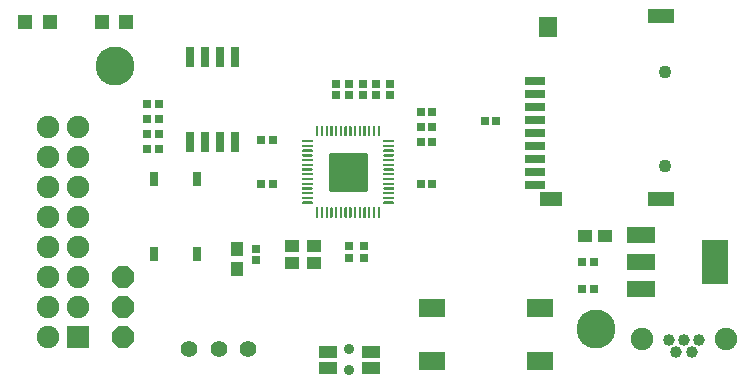
<source format=gbr>
G04 EAGLE Gerber RS-274X export*
G75*
%MOMM*%
%FSLAX34Y34*%
%LPD*%
%INSoldermask Top*%
%IPPOS*%
%AMOC8*
5,1,8,0,0,1.08239X$1,22.5*%
G01*
%ADD10C,3.301600*%
%ADD11C,0.429206*%
%ADD12R,0.801600X0.701600*%
%ADD13R,0.701600X0.801600*%
%ADD14R,1.901600X1.901600*%
%ADD15C,1.901600*%
%ADD16R,0.751600X1.751600*%
%ADD17R,2.201600X1.501600*%
%ADD18C,1.009600*%
%ADD19C,1.904750*%
%ADD20C,1.409600*%
%ADD21R,2.336800X1.320800*%
%ADD22R,2.301600X3.701600*%
%ADD23R,1.201600X1.101600*%
%ADD24R,1.101600X1.201600*%
%ADD25R,1.201600X1.001600*%
%ADD26R,1.501600X1.051600*%
%ADD27C,0.901600*%
%ADD28R,0.801600X1.301600*%
%ADD29P,2.004153X8X22.500000*%
%ADD30R,1.201600X1.301600*%
%ADD31C,1.101600*%
%ADD32R,2.301600X1.301600*%
%ADD33R,1.901600X1.301600*%
%ADD34R,1.601600X1.701600*%
%ADD35R,1.701600X0.801600*%

G36*
X261608Y202802D02*
X261608Y202802D01*
X261617Y202801D01*
X261705Y202822D01*
X261795Y202840D01*
X261802Y202845D01*
X261810Y202847D01*
X261883Y202901D01*
X261959Y202953D01*
X261963Y202960D01*
X261970Y202965D01*
X262017Y203043D01*
X262066Y203120D01*
X262067Y203129D01*
X262072Y203136D01*
X262099Y203300D01*
X262099Y204300D01*
X262098Y204308D01*
X262099Y204315D01*
X262099Y204316D01*
X262099Y204317D01*
X262078Y204405D01*
X262060Y204495D01*
X262055Y204502D01*
X262053Y204510D01*
X261999Y204583D01*
X261947Y204659D01*
X261940Y204663D01*
X261935Y204670D01*
X261857Y204717D01*
X261780Y204766D01*
X261771Y204767D01*
X261764Y204772D01*
X261600Y204799D01*
X253850Y204799D01*
X253842Y204798D01*
X253833Y204799D01*
X253745Y204778D01*
X253655Y204760D01*
X253648Y204755D01*
X253640Y204753D01*
X253567Y204699D01*
X253491Y204647D01*
X253487Y204640D01*
X253480Y204635D01*
X253433Y204557D01*
X253384Y204480D01*
X253383Y204471D01*
X253378Y204464D01*
X253351Y204300D01*
X253351Y203300D01*
X253352Y203292D01*
X253351Y203283D01*
X253372Y203195D01*
X253390Y203105D01*
X253395Y203098D01*
X253397Y203090D01*
X253451Y203017D01*
X253503Y202941D01*
X253510Y202937D01*
X253515Y202930D01*
X253593Y202883D01*
X253670Y202834D01*
X253679Y202833D01*
X253686Y202828D01*
X253850Y202801D01*
X261600Y202801D01*
X261608Y202802D01*
G37*
G36*
X330358Y202802D02*
X330358Y202802D01*
X330367Y202801D01*
X330455Y202822D01*
X330545Y202840D01*
X330552Y202845D01*
X330560Y202847D01*
X330633Y202901D01*
X330709Y202953D01*
X330713Y202960D01*
X330720Y202965D01*
X330767Y203043D01*
X330816Y203120D01*
X330817Y203129D01*
X330822Y203136D01*
X330849Y203300D01*
X330849Y204300D01*
X330848Y204308D01*
X330849Y204315D01*
X330849Y204316D01*
X330849Y204317D01*
X330828Y204405D01*
X330810Y204495D01*
X330805Y204502D01*
X330803Y204510D01*
X330749Y204583D01*
X330697Y204659D01*
X330690Y204663D01*
X330685Y204670D01*
X330607Y204717D01*
X330530Y204766D01*
X330521Y204767D01*
X330514Y204772D01*
X330350Y204799D01*
X322600Y204799D01*
X322592Y204798D01*
X322583Y204799D01*
X322495Y204778D01*
X322405Y204760D01*
X322398Y204755D01*
X322390Y204753D01*
X322317Y204699D01*
X322241Y204647D01*
X322237Y204640D01*
X322230Y204635D01*
X322183Y204557D01*
X322134Y204480D01*
X322133Y204471D01*
X322128Y204464D01*
X322101Y204300D01*
X322101Y203300D01*
X322102Y203292D01*
X322101Y203283D01*
X322122Y203195D01*
X322140Y203105D01*
X322145Y203098D01*
X322147Y203090D01*
X322201Y203017D01*
X322253Y202941D01*
X322260Y202937D01*
X322265Y202930D01*
X322343Y202883D01*
X322420Y202834D01*
X322429Y202833D01*
X322436Y202828D01*
X322600Y202801D01*
X330350Y202801D01*
X330358Y202802D01*
G37*
G36*
X330358Y198802D02*
X330358Y198802D01*
X330367Y198801D01*
X330455Y198822D01*
X330545Y198840D01*
X330552Y198845D01*
X330560Y198847D01*
X330633Y198901D01*
X330709Y198953D01*
X330713Y198960D01*
X330720Y198965D01*
X330767Y199043D01*
X330816Y199120D01*
X330817Y199129D01*
X330822Y199136D01*
X330849Y199300D01*
X330849Y200300D01*
X330848Y200308D01*
X330849Y200315D01*
X330849Y200316D01*
X330849Y200317D01*
X330828Y200405D01*
X330810Y200495D01*
X330805Y200502D01*
X330803Y200510D01*
X330749Y200583D01*
X330697Y200659D01*
X330690Y200663D01*
X330685Y200670D01*
X330607Y200717D01*
X330530Y200766D01*
X330521Y200767D01*
X330514Y200772D01*
X330350Y200799D01*
X322600Y200799D01*
X322592Y200798D01*
X322583Y200799D01*
X322495Y200778D01*
X322405Y200760D01*
X322398Y200755D01*
X322390Y200753D01*
X322317Y200699D01*
X322241Y200647D01*
X322237Y200640D01*
X322230Y200635D01*
X322183Y200557D01*
X322134Y200480D01*
X322133Y200471D01*
X322128Y200464D01*
X322101Y200300D01*
X322101Y199300D01*
X322102Y199292D01*
X322101Y199283D01*
X322122Y199195D01*
X322140Y199105D01*
X322145Y199098D01*
X322147Y199090D01*
X322201Y199017D01*
X322253Y198941D01*
X322260Y198937D01*
X322265Y198930D01*
X322343Y198883D01*
X322420Y198834D01*
X322429Y198833D01*
X322436Y198828D01*
X322600Y198801D01*
X330350Y198801D01*
X330358Y198802D01*
G37*
G36*
X261608Y198802D02*
X261608Y198802D01*
X261617Y198801D01*
X261705Y198822D01*
X261795Y198840D01*
X261802Y198845D01*
X261810Y198847D01*
X261883Y198901D01*
X261959Y198953D01*
X261963Y198960D01*
X261970Y198965D01*
X262017Y199043D01*
X262066Y199120D01*
X262067Y199129D01*
X262072Y199136D01*
X262099Y199300D01*
X262099Y200300D01*
X262098Y200308D01*
X262099Y200315D01*
X262099Y200316D01*
X262099Y200317D01*
X262078Y200405D01*
X262060Y200495D01*
X262055Y200502D01*
X262053Y200510D01*
X261999Y200583D01*
X261947Y200659D01*
X261940Y200663D01*
X261935Y200670D01*
X261857Y200717D01*
X261780Y200766D01*
X261771Y200767D01*
X261764Y200772D01*
X261600Y200799D01*
X253850Y200799D01*
X253842Y200798D01*
X253833Y200799D01*
X253745Y200778D01*
X253655Y200760D01*
X253648Y200755D01*
X253640Y200753D01*
X253567Y200699D01*
X253491Y200647D01*
X253487Y200640D01*
X253480Y200635D01*
X253433Y200557D01*
X253384Y200480D01*
X253383Y200471D01*
X253378Y200464D01*
X253351Y200300D01*
X253351Y199300D01*
X253352Y199292D01*
X253351Y199283D01*
X253372Y199195D01*
X253390Y199105D01*
X253395Y199098D01*
X253397Y199090D01*
X253451Y199017D01*
X253503Y198941D01*
X253510Y198937D01*
X253515Y198930D01*
X253593Y198883D01*
X253670Y198834D01*
X253679Y198833D01*
X253686Y198828D01*
X253850Y198801D01*
X261600Y198801D01*
X261608Y198802D01*
G37*
G36*
X330358Y194802D02*
X330358Y194802D01*
X330367Y194801D01*
X330455Y194822D01*
X330545Y194840D01*
X330552Y194845D01*
X330560Y194847D01*
X330633Y194901D01*
X330709Y194953D01*
X330713Y194960D01*
X330720Y194965D01*
X330767Y195043D01*
X330816Y195120D01*
X330817Y195129D01*
X330822Y195136D01*
X330849Y195300D01*
X330849Y196300D01*
X330848Y196308D01*
X330849Y196315D01*
X330849Y196316D01*
X330849Y196317D01*
X330828Y196405D01*
X330810Y196495D01*
X330805Y196502D01*
X330803Y196510D01*
X330749Y196583D01*
X330697Y196659D01*
X330690Y196663D01*
X330685Y196670D01*
X330607Y196717D01*
X330530Y196766D01*
X330521Y196767D01*
X330514Y196772D01*
X330350Y196799D01*
X322600Y196799D01*
X322592Y196798D01*
X322583Y196799D01*
X322495Y196778D01*
X322405Y196760D01*
X322398Y196755D01*
X322390Y196753D01*
X322317Y196699D01*
X322241Y196647D01*
X322237Y196640D01*
X322230Y196635D01*
X322183Y196557D01*
X322134Y196480D01*
X322133Y196471D01*
X322128Y196464D01*
X322101Y196300D01*
X322101Y195300D01*
X322102Y195292D01*
X322101Y195283D01*
X322122Y195195D01*
X322140Y195105D01*
X322145Y195098D01*
X322147Y195090D01*
X322201Y195017D01*
X322253Y194941D01*
X322260Y194937D01*
X322265Y194930D01*
X322343Y194883D01*
X322420Y194834D01*
X322429Y194833D01*
X322436Y194828D01*
X322600Y194801D01*
X330350Y194801D01*
X330358Y194802D01*
G37*
G36*
X261608Y194802D02*
X261608Y194802D01*
X261617Y194801D01*
X261705Y194822D01*
X261795Y194840D01*
X261802Y194845D01*
X261810Y194847D01*
X261883Y194901D01*
X261959Y194953D01*
X261963Y194960D01*
X261970Y194965D01*
X262017Y195043D01*
X262066Y195120D01*
X262067Y195129D01*
X262072Y195136D01*
X262099Y195300D01*
X262099Y196300D01*
X262098Y196308D01*
X262099Y196315D01*
X262099Y196316D01*
X262099Y196317D01*
X262078Y196405D01*
X262060Y196495D01*
X262055Y196502D01*
X262053Y196510D01*
X261999Y196583D01*
X261947Y196659D01*
X261940Y196663D01*
X261935Y196670D01*
X261857Y196717D01*
X261780Y196766D01*
X261771Y196767D01*
X261764Y196772D01*
X261600Y196799D01*
X253850Y196799D01*
X253842Y196798D01*
X253833Y196799D01*
X253745Y196778D01*
X253655Y196760D01*
X253648Y196755D01*
X253640Y196753D01*
X253567Y196699D01*
X253491Y196647D01*
X253487Y196640D01*
X253480Y196635D01*
X253433Y196557D01*
X253384Y196480D01*
X253383Y196471D01*
X253378Y196464D01*
X253351Y196300D01*
X253351Y195300D01*
X253352Y195292D01*
X253351Y195283D01*
X253372Y195195D01*
X253390Y195105D01*
X253395Y195098D01*
X253397Y195090D01*
X253451Y195017D01*
X253503Y194941D01*
X253510Y194937D01*
X253515Y194930D01*
X253593Y194883D01*
X253670Y194834D01*
X253679Y194833D01*
X253686Y194828D01*
X253850Y194801D01*
X261600Y194801D01*
X261608Y194802D01*
G37*
G36*
X330358Y190802D02*
X330358Y190802D01*
X330367Y190801D01*
X330455Y190822D01*
X330545Y190840D01*
X330552Y190845D01*
X330560Y190847D01*
X330633Y190901D01*
X330709Y190953D01*
X330713Y190960D01*
X330720Y190965D01*
X330767Y191043D01*
X330816Y191120D01*
X330817Y191129D01*
X330822Y191136D01*
X330849Y191300D01*
X330849Y192300D01*
X330848Y192308D01*
X330849Y192315D01*
X330849Y192316D01*
X330849Y192317D01*
X330828Y192405D01*
X330810Y192495D01*
X330805Y192502D01*
X330803Y192510D01*
X330749Y192583D01*
X330697Y192659D01*
X330690Y192663D01*
X330685Y192670D01*
X330607Y192717D01*
X330530Y192766D01*
X330521Y192767D01*
X330514Y192772D01*
X330350Y192799D01*
X322600Y192799D01*
X322592Y192798D01*
X322583Y192799D01*
X322495Y192778D01*
X322405Y192760D01*
X322398Y192755D01*
X322390Y192753D01*
X322317Y192699D01*
X322241Y192647D01*
X322237Y192640D01*
X322230Y192635D01*
X322183Y192557D01*
X322134Y192480D01*
X322133Y192471D01*
X322128Y192464D01*
X322101Y192300D01*
X322101Y191300D01*
X322102Y191292D01*
X322101Y191283D01*
X322122Y191195D01*
X322140Y191105D01*
X322145Y191098D01*
X322147Y191090D01*
X322201Y191017D01*
X322253Y190941D01*
X322260Y190937D01*
X322265Y190930D01*
X322343Y190883D01*
X322420Y190834D01*
X322429Y190833D01*
X322436Y190828D01*
X322600Y190801D01*
X330350Y190801D01*
X330358Y190802D01*
G37*
G36*
X261608Y174802D02*
X261608Y174802D01*
X261617Y174801D01*
X261705Y174822D01*
X261795Y174840D01*
X261802Y174845D01*
X261810Y174847D01*
X261883Y174901D01*
X261959Y174953D01*
X261963Y174960D01*
X261970Y174965D01*
X262017Y175043D01*
X262066Y175120D01*
X262067Y175129D01*
X262072Y175136D01*
X262099Y175300D01*
X262099Y176300D01*
X262098Y176308D01*
X262099Y176315D01*
X262099Y176316D01*
X262099Y176317D01*
X262078Y176405D01*
X262060Y176495D01*
X262055Y176502D01*
X262053Y176510D01*
X261999Y176583D01*
X261947Y176659D01*
X261940Y176663D01*
X261935Y176670D01*
X261857Y176717D01*
X261780Y176766D01*
X261771Y176767D01*
X261764Y176772D01*
X261600Y176799D01*
X253850Y176799D01*
X253842Y176798D01*
X253833Y176799D01*
X253745Y176778D01*
X253655Y176760D01*
X253648Y176755D01*
X253640Y176753D01*
X253567Y176699D01*
X253491Y176647D01*
X253487Y176640D01*
X253480Y176635D01*
X253433Y176557D01*
X253384Y176480D01*
X253383Y176471D01*
X253378Y176464D01*
X253351Y176300D01*
X253351Y175300D01*
X253352Y175292D01*
X253351Y175283D01*
X253372Y175195D01*
X253390Y175105D01*
X253395Y175098D01*
X253397Y175090D01*
X253451Y175017D01*
X253503Y174941D01*
X253510Y174937D01*
X253515Y174930D01*
X253593Y174883D01*
X253670Y174834D01*
X253679Y174833D01*
X253686Y174828D01*
X253850Y174801D01*
X261600Y174801D01*
X261608Y174802D01*
G37*
G36*
X261608Y190802D02*
X261608Y190802D01*
X261617Y190801D01*
X261705Y190822D01*
X261795Y190840D01*
X261802Y190845D01*
X261810Y190847D01*
X261883Y190901D01*
X261959Y190953D01*
X261963Y190960D01*
X261970Y190965D01*
X262017Y191043D01*
X262066Y191120D01*
X262067Y191129D01*
X262072Y191136D01*
X262099Y191300D01*
X262099Y192300D01*
X262098Y192308D01*
X262099Y192315D01*
X262099Y192316D01*
X262099Y192317D01*
X262078Y192405D01*
X262060Y192495D01*
X262055Y192502D01*
X262053Y192510D01*
X261999Y192583D01*
X261947Y192659D01*
X261940Y192663D01*
X261935Y192670D01*
X261857Y192717D01*
X261780Y192766D01*
X261771Y192767D01*
X261764Y192772D01*
X261600Y192799D01*
X253850Y192799D01*
X253842Y192798D01*
X253833Y192799D01*
X253745Y192778D01*
X253655Y192760D01*
X253648Y192755D01*
X253640Y192753D01*
X253567Y192699D01*
X253491Y192647D01*
X253487Y192640D01*
X253480Y192635D01*
X253433Y192557D01*
X253384Y192480D01*
X253383Y192471D01*
X253378Y192464D01*
X253351Y192300D01*
X253351Y191300D01*
X253352Y191292D01*
X253351Y191283D01*
X253372Y191195D01*
X253390Y191105D01*
X253395Y191098D01*
X253397Y191090D01*
X253451Y191017D01*
X253503Y190941D01*
X253510Y190937D01*
X253515Y190930D01*
X253593Y190883D01*
X253670Y190834D01*
X253679Y190833D01*
X253686Y190828D01*
X253850Y190801D01*
X261600Y190801D01*
X261608Y190802D01*
G37*
G36*
X261608Y186802D02*
X261608Y186802D01*
X261617Y186801D01*
X261705Y186822D01*
X261795Y186840D01*
X261802Y186845D01*
X261810Y186847D01*
X261883Y186901D01*
X261959Y186953D01*
X261963Y186960D01*
X261970Y186965D01*
X262017Y187043D01*
X262066Y187120D01*
X262067Y187129D01*
X262072Y187136D01*
X262099Y187300D01*
X262099Y188300D01*
X262098Y188308D01*
X262099Y188315D01*
X262099Y188316D01*
X262099Y188317D01*
X262078Y188405D01*
X262060Y188495D01*
X262055Y188502D01*
X262053Y188510D01*
X261999Y188583D01*
X261947Y188659D01*
X261940Y188663D01*
X261935Y188670D01*
X261857Y188717D01*
X261780Y188766D01*
X261771Y188767D01*
X261764Y188772D01*
X261600Y188799D01*
X253850Y188799D01*
X253842Y188798D01*
X253833Y188799D01*
X253745Y188778D01*
X253655Y188760D01*
X253648Y188755D01*
X253640Y188753D01*
X253567Y188699D01*
X253491Y188647D01*
X253487Y188640D01*
X253480Y188635D01*
X253433Y188557D01*
X253384Y188480D01*
X253383Y188471D01*
X253378Y188464D01*
X253351Y188300D01*
X253351Y187300D01*
X253352Y187292D01*
X253351Y187283D01*
X253372Y187195D01*
X253390Y187105D01*
X253395Y187098D01*
X253397Y187090D01*
X253451Y187017D01*
X253503Y186941D01*
X253510Y186937D01*
X253515Y186930D01*
X253593Y186883D01*
X253670Y186834D01*
X253679Y186833D01*
X253686Y186828D01*
X253850Y186801D01*
X261600Y186801D01*
X261608Y186802D01*
G37*
G36*
X330358Y186802D02*
X330358Y186802D01*
X330367Y186801D01*
X330455Y186822D01*
X330545Y186840D01*
X330552Y186845D01*
X330560Y186847D01*
X330633Y186901D01*
X330709Y186953D01*
X330713Y186960D01*
X330720Y186965D01*
X330767Y187043D01*
X330816Y187120D01*
X330817Y187129D01*
X330822Y187136D01*
X330849Y187300D01*
X330849Y188300D01*
X330848Y188308D01*
X330849Y188315D01*
X330849Y188316D01*
X330849Y188317D01*
X330828Y188405D01*
X330810Y188495D01*
X330805Y188502D01*
X330803Y188510D01*
X330749Y188583D01*
X330697Y188659D01*
X330690Y188663D01*
X330685Y188670D01*
X330607Y188717D01*
X330530Y188766D01*
X330521Y188767D01*
X330514Y188772D01*
X330350Y188799D01*
X322600Y188799D01*
X322592Y188798D01*
X322583Y188799D01*
X322495Y188778D01*
X322405Y188760D01*
X322398Y188755D01*
X322390Y188753D01*
X322317Y188699D01*
X322241Y188647D01*
X322237Y188640D01*
X322230Y188635D01*
X322183Y188557D01*
X322134Y188480D01*
X322133Y188471D01*
X322128Y188464D01*
X322101Y188300D01*
X322101Y187300D01*
X322102Y187292D01*
X322101Y187283D01*
X322122Y187195D01*
X322140Y187105D01*
X322145Y187098D01*
X322147Y187090D01*
X322201Y187017D01*
X322253Y186941D01*
X322260Y186937D01*
X322265Y186930D01*
X322343Y186883D01*
X322420Y186834D01*
X322429Y186833D01*
X322436Y186828D01*
X322600Y186801D01*
X330350Y186801D01*
X330358Y186802D01*
G37*
G36*
X261608Y182802D02*
X261608Y182802D01*
X261617Y182801D01*
X261705Y182822D01*
X261795Y182840D01*
X261802Y182845D01*
X261810Y182847D01*
X261883Y182901D01*
X261959Y182953D01*
X261963Y182960D01*
X261970Y182965D01*
X262017Y183043D01*
X262066Y183120D01*
X262067Y183129D01*
X262072Y183136D01*
X262099Y183300D01*
X262099Y184300D01*
X262098Y184308D01*
X262099Y184315D01*
X262099Y184316D01*
X262099Y184317D01*
X262078Y184405D01*
X262060Y184495D01*
X262055Y184502D01*
X262053Y184510D01*
X261999Y184583D01*
X261947Y184659D01*
X261940Y184663D01*
X261935Y184670D01*
X261857Y184717D01*
X261780Y184766D01*
X261771Y184767D01*
X261764Y184772D01*
X261600Y184799D01*
X253850Y184799D01*
X253842Y184798D01*
X253833Y184799D01*
X253745Y184778D01*
X253655Y184760D01*
X253648Y184755D01*
X253640Y184753D01*
X253567Y184699D01*
X253491Y184647D01*
X253487Y184640D01*
X253480Y184635D01*
X253433Y184557D01*
X253384Y184480D01*
X253383Y184471D01*
X253378Y184464D01*
X253351Y184300D01*
X253351Y183300D01*
X253352Y183292D01*
X253351Y183283D01*
X253372Y183195D01*
X253390Y183105D01*
X253395Y183098D01*
X253397Y183090D01*
X253451Y183017D01*
X253503Y182941D01*
X253510Y182937D01*
X253515Y182930D01*
X253593Y182883D01*
X253670Y182834D01*
X253679Y182833D01*
X253686Y182828D01*
X253850Y182801D01*
X261600Y182801D01*
X261608Y182802D01*
G37*
G36*
X330358Y182802D02*
X330358Y182802D01*
X330367Y182801D01*
X330455Y182822D01*
X330545Y182840D01*
X330552Y182845D01*
X330560Y182847D01*
X330633Y182901D01*
X330709Y182953D01*
X330713Y182960D01*
X330720Y182965D01*
X330767Y183043D01*
X330816Y183120D01*
X330817Y183129D01*
X330822Y183136D01*
X330849Y183300D01*
X330849Y184300D01*
X330848Y184308D01*
X330849Y184315D01*
X330849Y184316D01*
X330849Y184317D01*
X330828Y184405D01*
X330810Y184495D01*
X330805Y184502D01*
X330803Y184510D01*
X330749Y184583D01*
X330697Y184659D01*
X330690Y184663D01*
X330685Y184670D01*
X330607Y184717D01*
X330530Y184766D01*
X330521Y184767D01*
X330514Y184772D01*
X330350Y184799D01*
X322600Y184799D01*
X322592Y184798D01*
X322583Y184799D01*
X322495Y184778D01*
X322405Y184760D01*
X322398Y184755D01*
X322390Y184753D01*
X322317Y184699D01*
X322241Y184647D01*
X322237Y184640D01*
X322230Y184635D01*
X322183Y184557D01*
X322134Y184480D01*
X322133Y184471D01*
X322128Y184464D01*
X322101Y184300D01*
X322101Y183300D01*
X322102Y183292D01*
X322101Y183283D01*
X322122Y183195D01*
X322140Y183105D01*
X322145Y183098D01*
X322147Y183090D01*
X322201Y183017D01*
X322253Y182941D01*
X322260Y182937D01*
X322265Y182930D01*
X322343Y182883D01*
X322420Y182834D01*
X322429Y182833D01*
X322436Y182828D01*
X322600Y182801D01*
X330350Y182801D01*
X330358Y182802D01*
G37*
G36*
X261608Y178802D02*
X261608Y178802D01*
X261617Y178801D01*
X261705Y178822D01*
X261795Y178840D01*
X261802Y178845D01*
X261810Y178847D01*
X261883Y178901D01*
X261959Y178953D01*
X261963Y178960D01*
X261970Y178965D01*
X262017Y179043D01*
X262066Y179120D01*
X262067Y179129D01*
X262072Y179136D01*
X262099Y179300D01*
X262099Y180300D01*
X262098Y180308D01*
X262099Y180315D01*
X262099Y180316D01*
X262099Y180317D01*
X262078Y180405D01*
X262060Y180495D01*
X262055Y180502D01*
X262053Y180510D01*
X261999Y180583D01*
X261947Y180659D01*
X261940Y180663D01*
X261935Y180670D01*
X261857Y180717D01*
X261780Y180766D01*
X261771Y180767D01*
X261764Y180772D01*
X261600Y180799D01*
X253850Y180799D01*
X253842Y180798D01*
X253833Y180799D01*
X253745Y180778D01*
X253655Y180760D01*
X253648Y180755D01*
X253640Y180753D01*
X253567Y180699D01*
X253491Y180647D01*
X253487Y180640D01*
X253480Y180635D01*
X253433Y180557D01*
X253384Y180480D01*
X253383Y180471D01*
X253378Y180464D01*
X253351Y180300D01*
X253351Y179300D01*
X253352Y179292D01*
X253351Y179283D01*
X253372Y179195D01*
X253390Y179105D01*
X253395Y179098D01*
X253397Y179090D01*
X253451Y179017D01*
X253503Y178941D01*
X253510Y178937D01*
X253515Y178930D01*
X253593Y178883D01*
X253670Y178834D01*
X253679Y178833D01*
X253686Y178828D01*
X253850Y178801D01*
X261600Y178801D01*
X261608Y178802D01*
G37*
G36*
X330358Y178802D02*
X330358Y178802D01*
X330367Y178801D01*
X330455Y178822D01*
X330545Y178840D01*
X330552Y178845D01*
X330560Y178847D01*
X330633Y178901D01*
X330709Y178953D01*
X330713Y178960D01*
X330720Y178965D01*
X330767Y179043D01*
X330816Y179120D01*
X330817Y179129D01*
X330822Y179136D01*
X330849Y179300D01*
X330849Y180300D01*
X330848Y180308D01*
X330849Y180315D01*
X330849Y180316D01*
X330849Y180317D01*
X330828Y180405D01*
X330810Y180495D01*
X330805Y180502D01*
X330803Y180510D01*
X330749Y180583D01*
X330697Y180659D01*
X330690Y180663D01*
X330685Y180670D01*
X330607Y180717D01*
X330530Y180766D01*
X330521Y180767D01*
X330514Y180772D01*
X330350Y180799D01*
X322600Y180799D01*
X322592Y180798D01*
X322583Y180799D01*
X322495Y180778D01*
X322405Y180760D01*
X322398Y180755D01*
X322390Y180753D01*
X322317Y180699D01*
X322241Y180647D01*
X322237Y180640D01*
X322230Y180635D01*
X322183Y180557D01*
X322134Y180480D01*
X322133Y180471D01*
X322128Y180464D01*
X322101Y180300D01*
X322101Y179300D01*
X322102Y179292D01*
X322101Y179283D01*
X322122Y179195D01*
X322140Y179105D01*
X322145Y179098D01*
X322147Y179090D01*
X322201Y179017D01*
X322253Y178941D01*
X322260Y178937D01*
X322265Y178930D01*
X322343Y178883D01*
X322420Y178834D01*
X322429Y178833D01*
X322436Y178828D01*
X322600Y178801D01*
X330350Y178801D01*
X330358Y178802D01*
G37*
G36*
X330358Y174802D02*
X330358Y174802D01*
X330367Y174801D01*
X330455Y174822D01*
X330545Y174840D01*
X330552Y174845D01*
X330560Y174847D01*
X330633Y174901D01*
X330709Y174953D01*
X330713Y174960D01*
X330720Y174965D01*
X330767Y175043D01*
X330816Y175120D01*
X330817Y175129D01*
X330822Y175136D01*
X330849Y175300D01*
X330849Y176300D01*
X330848Y176308D01*
X330849Y176315D01*
X330849Y176316D01*
X330849Y176317D01*
X330828Y176405D01*
X330810Y176495D01*
X330805Y176502D01*
X330803Y176510D01*
X330749Y176583D01*
X330697Y176659D01*
X330690Y176663D01*
X330685Y176670D01*
X330607Y176717D01*
X330530Y176766D01*
X330521Y176767D01*
X330514Y176772D01*
X330350Y176799D01*
X322600Y176799D01*
X322592Y176798D01*
X322583Y176799D01*
X322495Y176778D01*
X322405Y176760D01*
X322398Y176755D01*
X322390Y176753D01*
X322317Y176699D01*
X322241Y176647D01*
X322237Y176640D01*
X322230Y176635D01*
X322183Y176557D01*
X322134Y176480D01*
X322133Y176471D01*
X322128Y176464D01*
X322101Y176300D01*
X322101Y175300D01*
X322102Y175292D01*
X322101Y175283D01*
X322122Y175195D01*
X322140Y175105D01*
X322145Y175098D01*
X322147Y175090D01*
X322201Y175017D01*
X322253Y174941D01*
X322260Y174937D01*
X322265Y174930D01*
X322343Y174883D01*
X322420Y174834D01*
X322429Y174833D01*
X322436Y174828D01*
X322600Y174801D01*
X330350Y174801D01*
X330358Y174802D01*
G37*
G36*
X330358Y170802D02*
X330358Y170802D01*
X330367Y170801D01*
X330455Y170822D01*
X330545Y170840D01*
X330552Y170845D01*
X330560Y170847D01*
X330633Y170901D01*
X330709Y170953D01*
X330713Y170960D01*
X330720Y170965D01*
X330767Y171043D01*
X330816Y171120D01*
X330817Y171129D01*
X330822Y171136D01*
X330849Y171300D01*
X330849Y172300D01*
X330848Y172308D01*
X330849Y172315D01*
X330849Y172316D01*
X330849Y172317D01*
X330828Y172405D01*
X330810Y172495D01*
X330805Y172502D01*
X330803Y172510D01*
X330749Y172583D01*
X330697Y172659D01*
X330690Y172663D01*
X330685Y172670D01*
X330607Y172717D01*
X330530Y172766D01*
X330521Y172767D01*
X330514Y172772D01*
X330350Y172799D01*
X322600Y172799D01*
X322592Y172798D01*
X322583Y172799D01*
X322495Y172778D01*
X322405Y172760D01*
X322398Y172755D01*
X322390Y172753D01*
X322317Y172699D01*
X322241Y172647D01*
X322237Y172640D01*
X322230Y172635D01*
X322183Y172557D01*
X322134Y172480D01*
X322133Y172471D01*
X322128Y172464D01*
X322101Y172300D01*
X322101Y171300D01*
X322102Y171292D01*
X322101Y171283D01*
X322122Y171195D01*
X322140Y171105D01*
X322145Y171098D01*
X322147Y171090D01*
X322201Y171017D01*
X322253Y170941D01*
X322260Y170937D01*
X322265Y170930D01*
X322343Y170883D01*
X322420Y170834D01*
X322429Y170833D01*
X322436Y170828D01*
X322600Y170801D01*
X330350Y170801D01*
X330358Y170802D01*
G37*
G36*
X261608Y170802D02*
X261608Y170802D01*
X261617Y170801D01*
X261705Y170822D01*
X261795Y170840D01*
X261802Y170845D01*
X261810Y170847D01*
X261883Y170901D01*
X261959Y170953D01*
X261963Y170960D01*
X261970Y170965D01*
X262017Y171043D01*
X262066Y171120D01*
X262067Y171129D01*
X262072Y171136D01*
X262099Y171300D01*
X262099Y172300D01*
X262098Y172308D01*
X262099Y172315D01*
X262099Y172316D01*
X262099Y172317D01*
X262078Y172405D01*
X262060Y172495D01*
X262055Y172502D01*
X262053Y172510D01*
X261999Y172583D01*
X261947Y172659D01*
X261940Y172663D01*
X261935Y172670D01*
X261857Y172717D01*
X261780Y172766D01*
X261771Y172767D01*
X261764Y172772D01*
X261600Y172799D01*
X253850Y172799D01*
X253842Y172798D01*
X253833Y172799D01*
X253745Y172778D01*
X253655Y172760D01*
X253648Y172755D01*
X253640Y172753D01*
X253567Y172699D01*
X253491Y172647D01*
X253487Y172640D01*
X253480Y172635D01*
X253433Y172557D01*
X253384Y172480D01*
X253383Y172471D01*
X253378Y172464D01*
X253351Y172300D01*
X253351Y171300D01*
X253352Y171292D01*
X253351Y171283D01*
X253372Y171195D01*
X253390Y171105D01*
X253395Y171098D01*
X253397Y171090D01*
X253451Y171017D01*
X253503Y170941D01*
X253510Y170937D01*
X253515Y170930D01*
X253593Y170883D01*
X253670Y170834D01*
X253679Y170833D01*
X253686Y170828D01*
X253850Y170801D01*
X261600Y170801D01*
X261608Y170802D01*
G37*
G36*
X330358Y166802D02*
X330358Y166802D01*
X330367Y166801D01*
X330455Y166822D01*
X330545Y166840D01*
X330552Y166845D01*
X330560Y166847D01*
X330633Y166901D01*
X330709Y166953D01*
X330713Y166960D01*
X330720Y166965D01*
X330767Y167043D01*
X330816Y167120D01*
X330817Y167129D01*
X330822Y167136D01*
X330849Y167300D01*
X330849Y168300D01*
X330848Y168308D01*
X330849Y168315D01*
X330849Y168316D01*
X330849Y168317D01*
X330828Y168405D01*
X330810Y168495D01*
X330805Y168502D01*
X330803Y168510D01*
X330749Y168583D01*
X330697Y168659D01*
X330690Y168663D01*
X330685Y168670D01*
X330607Y168717D01*
X330530Y168766D01*
X330521Y168767D01*
X330514Y168772D01*
X330350Y168799D01*
X322600Y168799D01*
X322592Y168798D01*
X322583Y168799D01*
X322495Y168778D01*
X322405Y168760D01*
X322398Y168755D01*
X322390Y168753D01*
X322317Y168699D01*
X322241Y168647D01*
X322237Y168640D01*
X322230Y168635D01*
X322183Y168557D01*
X322134Y168480D01*
X322133Y168471D01*
X322128Y168464D01*
X322101Y168300D01*
X322101Y167300D01*
X322102Y167292D01*
X322101Y167283D01*
X322122Y167195D01*
X322140Y167105D01*
X322145Y167098D01*
X322147Y167090D01*
X322201Y167017D01*
X322253Y166941D01*
X322260Y166937D01*
X322265Y166930D01*
X322343Y166883D01*
X322420Y166834D01*
X322429Y166833D01*
X322436Y166828D01*
X322600Y166801D01*
X330350Y166801D01*
X330358Y166802D01*
G37*
G36*
X261608Y166802D02*
X261608Y166802D01*
X261617Y166801D01*
X261705Y166822D01*
X261795Y166840D01*
X261802Y166845D01*
X261810Y166847D01*
X261883Y166901D01*
X261959Y166953D01*
X261963Y166960D01*
X261970Y166965D01*
X262017Y167043D01*
X262066Y167120D01*
X262067Y167129D01*
X262072Y167136D01*
X262099Y167300D01*
X262099Y168300D01*
X262098Y168308D01*
X262099Y168315D01*
X262099Y168316D01*
X262099Y168317D01*
X262078Y168405D01*
X262060Y168495D01*
X262055Y168502D01*
X262053Y168510D01*
X261999Y168583D01*
X261947Y168659D01*
X261940Y168663D01*
X261935Y168670D01*
X261857Y168717D01*
X261780Y168766D01*
X261771Y168767D01*
X261764Y168772D01*
X261600Y168799D01*
X253850Y168799D01*
X253842Y168798D01*
X253833Y168799D01*
X253745Y168778D01*
X253655Y168760D01*
X253648Y168755D01*
X253640Y168753D01*
X253567Y168699D01*
X253491Y168647D01*
X253487Y168640D01*
X253480Y168635D01*
X253433Y168557D01*
X253384Y168480D01*
X253383Y168471D01*
X253378Y168464D01*
X253351Y168300D01*
X253351Y167300D01*
X253352Y167292D01*
X253351Y167283D01*
X253372Y167195D01*
X253390Y167105D01*
X253395Y167098D01*
X253397Y167090D01*
X253451Y167017D01*
X253503Y166941D01*
X253510Y166937D01*
X253515Y166930D01*
X253593Y166883D01*
X253670Y166834D01*
X253679Y166833D01*
X253686Y166828D01*
X253850Y166801D01*
X261600Y166801D01*
X261608Y166802D01*
G37*
G36*
X261608Y162802D02*
X261608Y162802D01*
X261617Y162801D01*
X261705Y162822D01*
X261795Y162840D01*
X261802Y162845D01*
X261810Y162847D01*
X261883Y162901D01*
X261959Y162953D01*
X261963Y162960D01*
X261970Y162965D01*
X262017Y163043D01*
X262066Y163120D01*
X262067Y163129D01*
X262072Y163136D01*
X262099Y163300D01*
X262099Y164300D01*
X262098Y164308D01*
X262099Y164315D01*
X262099Y164316D01*
X262099Y164317D01*
X262078Y164405D01*
X262060Y164495D01*
X262055Y164502D01*
X262053Y164510D01*
X261999Y164583D01*
X261947Y164659D01*
X261940Y164663D01*
X261935Y164670D01*
X261857Y164717D01*
X261780Y164766D01*
X261771Y164767D01*
X261764Y164772D01*
X261600Y164799D01*
X253850Y164799D01*
X253842Y164798D01*
X253833Y164799D01*
X253745Y164778D01*
X253655Y164760D01*
X253648Y164755D01*
X253640Y164753D01*
X253567Y164699D01*
X253491Y164647D01*
X253487Y164640D01*
X253480Y164635D01*
X253433Y164557D01*
X253384Y164480D01*
X253383Y164471D01*
X253378Y164464D01*
X253351Y164300D01*
X253351Y163300D01*
X253352Y163292D01*
X253351Y163283D01*
X253372Y163195D01*
X253390Y163105D01*
X253395Y163098D01*
X253397Y163090D01*
X253451Y163017D01*
X253503Y162941D01*
X253510Y162937D01*
X253515Y162930D01*
X253593Y162883D01*
X253670Y162834D01*
X253679Y162833D01*
X253686Y162828D01*
X253850Y162801D01*
X261600Y162801D01*
X261608Y162802D01*
G37*
G36*
X330358Y162802D02*
X330358Y162802D01*
X330367Y162801D01*
X330455Y162822D01*
X330545Y162840D01*
X330552Y162845D01*
X330560Y162847D01*
X330633Y162901D01*
X330709Y162953D01*
X330713Y162960D01*
X330720Y162965D01*
X330767Y163043D01*
X330816Y163120D01*
X330817Y163129D01*
X330822Y163136D01*
X330849Y163300D01*
X330849Y164300D01*
X330848Y164308D01*
X330849Y164315D01*
X330849Y164316D01*
X330849Y164317D01*
X330828Y164405D01*
X330810Y164495D01*
X330805Y164502D01*
X330803Y164510D01*
X330749Y164583D01*
X330697Y164659D01*
X330690Y164663D01*
X330685Y164670D01*
X330607Y164717D01*
X330530Y164766D01*
X330521Y164767D01*
X330514Y164772D01*
X330350Y164799D01*
X322600Y164799D01*
X322592Y164798D01*
X322583Y164799D01*
X322495Y164778D01*
X322405Y164760D01*
X322398Y164755D01*
X322390Y164753D01*
X322317Y164699D01*
X322241Y164647D01*
X322237Y164640D01*
X322230Y164635D01*
X322183Y164557D01*
X322134Y164480D01*
X322133Y164471D01*
X322128Y164464D01*
X322101Y164300D01*
X322101Y163300D01*
X322102Y163292D01*
X322101Y163283D01*
X322122Y163195D01*
X322140Y163105D01*
X322145Y163098D01*
X322147Y163090D01*
X322201Y163017D01*
X322253Y162941D01*
X322260Y162937D01*
X322265Y162930D01*
X322343Y162883D01*
X322420Y162834D01*
X322429Y162833D01*
X322436Y162828D01*
X322600Y162801D01*
X330350Y162801D01*
X330358Y162802D01*
G37*
G36*
X330358Y158802D02*
X330358Y158802D01*
X330367Y158801D01*
X330455Y158822D01*
X330545Y158840D01*
X330552Y158845D01*
X330560Y158847D01*
X330633Y158901D01*
X330709Y158953D01*
X330713Y158960D01*
X330720Y158965D01*
X330767Y159043D01*
X330816Y159120D01*
X330817Y159129D01*
X330822Y159136D01*
X330849Y159300D01*
X330849Y160300D01*
X330848Y160308D01*
X330849Y160315D01*
X330849Y160316D01*
X330849Y160317D01*
X330828Y160405D01*
X330810Y160495D01*
X330805Y160502D01*
X330803Y160510D01*
X330749Y160583D01*
X330697Y160659D01*
X330690Y160663D01*
X330685Y160670D01*
X330607Y160717D01*
X330530Y160766D01*
X330521Y160767D01*
X330514Y160772D01*
X330350Y160799D01*
X322600Y160799D01*
X322592Y160798D01*
X322583Y160799D01*
X322495Y160778D01*
X322405Y160760D01*
X322398Y160755D01*
X322390Y160753D01*
X322317Y160699D01*
X322241Y160647D01*
X322237Y160640D01*
X322230Y160635D01*
X322183Y160557D01*
X322134Y160480D01*
X322133Y160471D01*
X322128Y160464D01*
X322101Y160300D01*
X322101Y159300D01*
X322102Y159292D01*
X322101Y159283D01*
X322122Y159195D01*
X322140Y159105D01*
X322145Y159098D01*
X322147Y159090D01*
X322201Y159017D01*
X322253Y158941D01*
X322260Y158937D01*
X322265Y158930D01*
X322343Y158883D01*
X322420Y158834D01*
X322429Y158833D01*
X322436Y158828D01*
X322600Y158801D01*
X330350Y158801D01*
X330358Y158802D01*
G37*
G36*
X261608Y158802D02*
X261608Y158802D01*
X261617Y158801D01*
X261705Y158822D01*
X261795Y158840D01*
X261802Y158845D01*
X261810Y158847D01*
X261883Y158901D01*
X261959Y158953D01*
X261963Y158960D01*
X261970Y158965D01*
X262017Y159043D01*
X262066Y159120D01*
X262067Y159129D01*
X262072Y159136D01*
X262099Y159300D01*
X262099Y160300D01*
X262098Y160308D01*
X262099Y160315D01*
X262099Y160316D01*
X262099Y160317D01*
X262078Y160405D01*
X262060Y160495D01*
X262055Y160502D01*
X262053Y160510D01*
X261999Y160583D01*
X261947Y160659D01*
X261940Y160663D01*
X261935Y160670D01*
X261857Y160717D01*
X261780Y160766D01*
X261771Y160767D01*
X261764Y160772D01*
X261600Y160799D01*
X253850Y160799D01*
X253842Y160798D01*
X253833Y160799D01*
X253745Y160778D01*
X253655Y160760D01*
X253648Y160755D01*
X253640Y160753D01*
X253567Y160699D01*
X253491Y160647D01*
X253487Y160640D01*
X253480Y160635D01*
X253433Y160557D01*
X253384Y160480D01*
X253383Y160471D01*
X253378Y160464D01*
X253351Y160300D01*
X253351Y159300D01*
X253352Y159292D01*
X253351Y159283D01*
X253372Y159195D01*
X253390Y159105D01*
X253395Y159098D01*
X253397Y159090D01*
X253451Y159017D01*
X253503Y158941D01*
X253510Y158937D01*
X253515Y158930D01*
X253593Y158883D01*
X253670Y158834D01*
X253679Y158833D01*
X253686Y158828D01*
X253850Y158801D01*
X261600Y158801D01*
X261608Y158802D01*
G37*
G36*
X261608Y154802D02*
X261608Y154802D01*
X261617Y154801D01*
X261705Y154822D01*
X261795Y154840D01*
X261802Y154845D01*
X261810Y154847D01*
X261883Y154901D01*
X261959Y154953D01*
X261963Y154960D01*
X261970Y154965D01*
X262017Y155043D01*
X262066Y155120D01*
X262067Y155129D01*
X262072Y155136D01*
X262099Y155300D01*
X262099Y156300D01*
X262098Y156308D01*
X262099Y156315D01*
X262099Y156316D01*
X262099Y156317D01*
X262078Y156405D01*
X262060Y156495D01*
X262055Y156502D01*
X262053Y156510D01*
X261999Y156583D01*
X261947Y156659D01*
X261940Y156663D01*
X261935Y156670D01*
X261857Y156717D01*
X261780Y156766D01*
X261771Y156767D01*
X261764Y156772D01*
X261600Y156799D01*
X253850Y156799D01*
X253842Y156798D01*
X253833Y156799D01*
X253745Y156778D01*
X253655Y156760D01*
X253648Y156755D01*
X253640Y156753D01*
X253567Y156699D01*
X253491Y156647D01*
X253487Y156640D01*
X253480Y156635D01*
X253433Y156557D01*
X253384Y156480D01*
X253383Y156471D01*
X253378Y156464D01*
X253351Y156300D01*
X253351Y155300D01*
X253352Y155292D01*
X253351Y155283D01*
X253372Y155195D01*
X253390Y155105D01*
X253395Y155098D01*
X253397Y155090D01*
X253451Y155017D01*
X253503Y154941D01*
X253510Y154937D01*
X253515Y154930D01*
X253593Y154883D01*
X253670Y154834D01*
X253679Y154833D01*
X253686Y154828D01*
X253850Y154801D01*
X261600Y154801D01*
X261608Y154802D01*
G37*
G36*
X330358Y154802D02*
X330358Y154802D01*
X330367Y154801D01*
X330455Y154822D01*
X330545Y154840D01*
X330552Y154845D01*
X330560Y154847D01*
X330633Y154901D01*
X330709Y154953D01*
X330713Y154960D01*
X330720Y154965D01*
X330767Y155043D01*
X330816Y155120D01*
X330817Y155129D01*
X330822Y155136D01*
X330849Y155300D01*
X330849Y156300D01*
X330848Y156308D01*
X330849Y156315D01*
X330849Y156316D01*
X330849Y156317D01*
X330828Y156405D01*
X330810Y156495D01*
X330805Y156502D01*
X330803Y156510D01*
X330749Y156583D01*
X330697Y156659D01*
X330690Y156663D01*
X330685Y156670D01*
X330607Y156717D01*
X330530Y156766D01*
X330521Y156767D01*
X330514Y156772D01*
X330350Y156799D01*
X322600Y156799D01*
X322592Y156798D01*
X322583Y156799D01*
X322495Y156778D01*
X322405Y156760D01*
X322398Y156755D01*
X322390Y156753D01*
X322317Y156699D01*
X322241Y156647D01*
X322237Y156640D01*
X322230Y156635D01*
X322183Y156557D01*
X322134Y156480D01*
X322133Y156471D01*
X322128Y156464D01*
X322101Y156300D01*
X322101Y155300D01*
X322102Y155292D01*
X322101Y155283D01*
X322122Y155195D01*
X322140Y155105D01*
X322145Y155098D01*
X322147Y155090D01*
X322201Y155017D01*
X322253Y154941D01*
X322260Y154937D01*
X322265Y154930D01*
X322343Y154883D01*
X322420Y154834D01*
X322429Y154833D01*
X322436Y154828D01*
X322600Y154801D01*
X330350Y154801D01*
X330358Y154802D01*
G37*
G36*
X330358Y150802D02*
X330358Y150802D01*
X330367Y150801D01*
X330455Y150822D01*
X330545Y150840D01*
X330552Y150845D01*
X330560Y150847D01*
X330633Y150901D01*
X330709Y150953D01*
X330713Y150960D01*
X330720Y150965D01*
X330767Y151043D01*
X330816Y151120D01*
X330817Y151129D01*
X330822Y151136D01*
X330849Y151300D01*
X330849Y152300D01*
X330848Y152308D01*
X330849Y152315D01*
X330849Y152316D01*
X330849Y152317D01*
X330828Y152405D01*
X330810Y152495D01*
X330805Y152502D01*
X330803Y152510D01*
X330749Y152583D01*
X330697Y152659D01*
X330690Y152663D01*
X330685Y152670D01*
X330607Y152717D01*
X330530Y152766D01*
X330521Y152767D01*
X330514Y152772D01*
X330350Y152799D01*
X322600Y152799D01*
X322592Y152798D01*
X322583Y152799D01*
X322495Y152778D01*
X322405Y152760D01*
X322398Y152755D01*
X322390Y152753D01*
X322317Y152699D01*
X322241Y152647D01*
X322237Y152640D01*
X322230Y152635D01*
X322183Y152557D01*
X322134Y152480D01*
X322133Y152471D01*
X322128Y152464D01*
X322101Y152300D01*
X322101Y151300D01*
X322102Y151292D01*
X322101Y151283D01*
X322122Y151195D01*
X322140Y151105D01*
X322145Y151098D01*
X322147Y151090D01*
X322201Y151017D01*
X322253Y150941D01*
X322260Y150937D01*
X322265Y150930D01*
X322343Y150883D01*
X322420Y150834D01*
X322429Y150833D01*
X322436Y150828D01*
X322600Y150801D01*
X330350Y150801D01*
X330358Y150802D01*
G37*
G36*
X261608Y150802D02*
X261608Y150802D01*
X261617Y150801D01*
X261705Y150822D01*
X261795Y150840D01*
X261802Y150845D01*
X261810Y150847D01*
X261883Y150901D01*
X261959Y150953D01*
X261963Y150960D01*
X261970Y150965D01*
X262017Y151043D01*
X262066Y151120D01*
X262067Y151129D01*
X262072Y151136D01*
X262099Y151300D01*
X262099Y152300D01*
X262098Y152308D01*
X262099Y152315D01*
X262099Y152316D01*
X262099Y152317D01*
X262078Y152405D01*
X262060Y152495D01*
X262055Y152502D01*
X262053Y152510D01*
X261999Y152583D01*
X261947Y152659D01*
X261940Y152663D01*
X261935Y152670D01*
X261857Y152717D01*
X261780Y152766D01*
X261771Y152767D01*
X261764Y152772D01*
X261600Y152799D01*
X253850Y152799D01*
X253842Y152798D01*
X253833Y152799D01*
X253745Y152778D01*
X253655Y152760D01*
X253648Y152755D01*
X253640Y152753D01*
X253567Y152699D01*
X253491Y152647D01*
X253487Y152640D01*
X253480Y152635D01*
X253433Y152557D01*
X253384Y152480D01*
X253383Y152471D01*
X253378Y152464D01*
X253351Y152300D01*
X253351Y151300D01*
X253352Y151292D01*
X253351Y151283D01*
X253372Y151195D01*
X253390Y151105D01*
X253395Y151098D01*
X253397Y151090D01*
X253451Y151017D01*
X253503Y150941D01*
X253510Y150937D01*
X253515Y150930D01*
X253593Y150883D01*
X253670Y150834D01*
X253679Y150833D01*
X253686Y150828D01*
X253850Y150801D01*
X261600Y150801D01*
X261608Y150802D01*
G37*
G36*
X302608Y207802D02*
X302608Y207802D01*
X302617Y207801D01*
X302705Y207822D01*
X302795Y207840D01*
X302802Y207845D01*
X302810Y207847D01*
X302883Y207901D01*
X302959Y207953D01*
X302963Y207960D01*
X302970Y207965D01*
X303017Y208043D01*
X303066Y208120D01*
X303067Y208129D01*
X303072Y208136D01*
X303099Y208300D01*
X303099Y216050D01*
X303098Y216058D01*
X303099Y216067D01*
X303078Y216155D01*
X303060Y216245D01*
X303055Y216252D01*
X303053Y216260D01*
X302999Y216333D01*
X302947Y216409D01*
X302940Y216413D01*
X302935Y216420D01*
X302857Y216467D01*
X302780Y216516D01*
X302771Y216517D01*
X302764Y216522D01*
X302600Y216549D01*
X301600Y216549D01*
X301592Y216548D01*
X301583Y216549D01*
X301495Y216528D01*
X301405Y216510D01*
X301398Y216505D01*
X301390Y216503D01*
X301317Y216449D01*
X301241Y216397D01*
X301237Y216390D01*
X301230Y216385D01*
X301183Y216307D01*
X301134Y216230D01*
X301133Y216221D01*
X301128Y216214D01*
X301101Y216050D01*
X301101Y208300D01*
X301102Y208292D01*
X301101Y208283D01*
X301122Y208195D01*
X301140Y208105D01*
X301145Y208098D01*
X301147Y208090D01*
X301201Y208017D01*
X301253Y207941D01*
X301260Y207937D01*
X301265Y207930D01*
X301343Y207883D01*
X301420Y207834D01*
X301429Y207833D01*
X301436Y207828D01*
X301600Y207801D01*
X302600Y207801D01*
X302608Y207802D01*
G37*
G36*
X282608Y207802D02*
X282608Y207802D01*
X282617Y207801D01*
X282705Y207822D01*
X282795Y207840D01*
X282802Y207845D01*
X282810Y207847D01*
X282883Y207901D01*
X282959Y207953D01*
X282963Y207960D01*
X282970Y207965D01*
X283017Y208043D01*
X283066Y208120D01*
X283067Y208129D01*
X283072Y208136D01*
X283099Y208300D01*
X283099Y216050D01*
X283098Y216058D01*
X283099Y216067D01*
X283078Y216155D01*
X283060Y216245D01*
X283055Y216252D01*
X283053Y216260D01*
X282999Y216333D01*
X282947Y216409D01*
X282940Y216413D01*
X282935Y216420D01*
X282857Y216467D01*
X282780Y216516D01*
X282771Y216517D01*
X282764Y216522D01*
X282600Y216549D01*
X281600Y216549D01*
X281592Y216548D01*
X281583Y216549D01*
X281495Y216528D01*
X281405Y216510D01*
X281398Y216505D01*
X281390Y216503D01*
X281317Y216449D01*
X281241Y216397D01*
X281237Y216390D01*
X281230Y216385D01*
X281183Y216307D01*
X281134Y216230D01*
X281133Y216221D01*
X281128Y216214D01*
X281101Y216050D01*
X281101Y208300D01*
X281102Y208292D01*
X281101Y208283D01*
X281122Y208195D01*
X281140Y208105D01*
X281145Y208098D01*
X281147Y208090D01*
X281201Y208017D01*
X281253Y207941D01*
X281260Y207937D01*
X281265Y207930D01*
X281343Y207883D01*
X281420Y207834D01*
X281429Y207833D01*
X281436Y207828D01*
X281600Y207801D01*
X282600Y207801D01*
X282608Y207802D01*
G37*
G36*
X314608Y207802D02*
X314608Y207802D01*
X314617Y207801D01*
X314705Y207822D01*
X314795Y207840D01*
X314802Y207845D01*
X314810Y207847D01*
X314883Y207901D01*
X314959Y207953D01*
X314963Y207960D01*
X314970Y207965D01*
X315017Y208043D01*
X315066Y208120D01*
X315067Y208129D01*
X315072Y208136D01*
X315099Y208300D01*
X315099Y216050D01*
X315098Y216058D01*
X315099Y216067D01*
X315078Y216155D01*
X315060Y216245D01*
X315055Y216252D01*
X315053Y216260D01*
X314999Y216333D01*
X314947Y216409D01*
X314940Y216413D01*
X314935Y216420D01*
X314857Y216467D01*
X314780Y216516D01*
X314771Y216517D01*
X314764Y216522D01*
X314600Y216549D01*
X313600Y216549D01*
X313592Y216548D01*
X313583Y216549D01*
X313495Y216528D01*
X313405Y216510D01*
X313398Y216505D01*
X313390Y216503D01*
X313317Y216449D01*
X313241Y216397D01*
X313237Y216390D01*
X313230Y216385D01*
X313183Y216307D01*
X313134Y216230D01*
X313133Y216221D01*
X313128Y216214D01*
X313101Y216050D01*
X313101Y208300D01*
X313102Y208292D01*
X313101Y208283D01*
X313122Y208195D01*
X313140Y208105D01*
X313145Y208098D01*
X313147Y208090D01*
X313201Y208017D01*
X313253Y207941D01*
X313260Y207937D01*
X313265Y207930D01*
X313343Y207883D01*
X313420Y207834D01*
X313429Y207833D01*
X313436Y207828D01*
X313600Y207801D01*
X314600Y207801D01*
X314608Y207802D01*
G37*
G36*
X274608Y207802D02*
X274608Y207802D01*
X274617Y207801D01*
X274705Y207822D01*
X274795Y207840D01*
X274802Y207845D01*
X274810Y207847D01*
X274883Y207901D01*
X274959Y207953D01*
X274963Y207960D01*
X274970Y207965D01*
X275017Y208043D01*
X275066Y208120D01*
X275067Y208129D01*
X275072Y208136D01*
X275099Y208300D01*
X275099Y216050D01*
X275098Y216058D01*
X275099Y216067D01*
X275078Y216155D01*
X275060Y216245D01*
X275055Y216252D01*
X275053Y216260D01*
X274999Y216333D01*
X274947Y216409D01*
X274940Y216413D01*
X274935Y216420D01*
X274857Y216467D01*
X274780Y216516D01*
X274771Y216517D01*
X274764Y216522D01*
X274600Y216549D01*
X273600Y216549D01*
X273592Y216548D01*
X273583Y216549D01*
X273495Y216528D01*
X273405Y216510D01*
X273398Y216505D01*
X273390Y216503D01*
X273317Y216449D01*
X273241Y216397D01*
X273237Y216390D01*
X273230Y216385D01*
X273183Y216307D01*
X273134Y216230D01*
X273133Y216221D01*
X273128Y216214D01*
X273101Y216050D01*
X273101Y208300D01*
X273102Y208292D01*
X273101Y208283D01*
X273122Y208195D01*
X273140Y208105D01*
X273145Y208098D01*
X273147Y208090D01*
X273201Y208017D01*
X273253Y207941D01*
X273260Y207937D01*
X273265Y207930D01*
X273343Y207883D01*
X273420Y207834D01*
X273429Y207833D01*
X273436Y207828D01*
X273600Y207801D01*
X274600Y207801D01*
X274608Y207802D01*
G37*
G36*
X294608Y207802D02*
X294608Y207802D01*
X294617Y207801D01*
X294705Y207822D01*
X294795Y207840D01*
X294802Y207845D01*
X294810Y207847D01*
X294883Y207901D01*
X294959Y207953D01*
X294963Y207960D01*
X294970Y207965D01*
X295017Y208043D01*
X295066Y208120D01*
X295067Y208129D01*
X295072Y208136D01*
X295099Y208300D01*
X295099Y216050D01*
X295098Y216058D01*
X295099Y216067D01*
X295078Y216155D01*
X295060Y216245D01*
X295055Y216252D01*
X295053Y216260D01*
X294999Y216333D01*
X294947Y216409D01*
X294940Y216413D01*
X294935Y216420D01*
X294857Y216467D01*
X294780Y216516D01*
X294771Y216517D01*
X294764Y216522D01*
X294600Y216549D01*
X293600Y216549D01*
X293592Y216548D01*
X293583Y216549D01*
X293495Y216528D01*
X293405Y216510D01*
X293398Y216505D01*
X293390Y216503D01*
X293317Y216449D01*
X293241Y216397D01*
X293237Y216390D01*
X293230Y216385D01*
X293183Y216307D01*
X293134Y216230D01*
X293133Y216221D01*
X293128Y216214D01*
X293101Y216050D01*
X293101Y208300D01*
X293102Y208292D01*
X293101Y208283D01*
X293122Y208195D01*
X293140Y208105D01*
X293145Y208098D01*
X293147Y208090D01*
X293201Y208017D01*
X293253Y207941D01*
X293260Y207937D01*
X293265Y207930D01*
X293343Y207883D01*
X293420Y207834D01*
X293429Y207833D01*
X293436Y207828D01*
X293600Y207801D01*
X294600Y207801D01*
X294608Y207802D01*
G37*
G36*
X318608Y207802D02*
X318608Y207802D01*
X318617Y207801D01*
X318705Y207822D01*
X318795Y207840D01*
X318802Y207845D01*
X318810Y207847D01*
X318883Y207901D01*
X318959Y207953D01*
X318963Y207960D01*
X318970Y207965D01*
X319017Y208043D01*
X319066Y208120D01*
X319067Y208129D01*
X319072Y208136D01*
X319099Y208300D01*
X319099Y216050D01*
X319098Y216058D01*
X319099Y216067D01*
X319078Y216155D01*
X319060Y216245D01*
X319055Y216252D01*
X319053Y216260D01*
X318999Y216333D01*
X318947Y216409D01*
X318940Y216413D01*
X318935Y216420D01*
X318857Y216467D01*
X318780Y216516D01*
X318771Y216517D01*
X318764Y216522D01*
X318600Y216549D01*
X317600Y216549D01*
X317592Y216548D01*
X317583Y216549D01*
X317495Y216528D01*
X317405Y216510D01*
X317398Y216505D01*
X317390Y216503D01*
X317317Y216449D01*
X317241Y216397D01*
X317237Y216390D01*
X317230Y216385D01*
X317183Y216307D01*
X317134Y216230D01*
X317133Y216221D01*
X317128Y216214D01*
X317101Y216050D01*
X317101Y208300D01*
X317102Y208292D01*
X317101Y208283D01*
X317122Y208195D01*
X317140Y208105D01*
X317145Y208098D01*
X317147Y208090D01*
X317201Y208017D01*
X317253Y207941D01*
X317260Y207937D01*
X317265Y207930D01*
X317343Y207883D01*
X317420Y207834D01*
X317429Y207833D01*
X317436Y207828D01*
X317600Y207801D01*
X318600Y207801D01*
X318608Y207802D01*
G37*
G36*
X290608Y207802D02*
X290608Y207802D01*
X290617Y207801D01*
X290705Y207822D01*
X290795Y207840D01*
X290802Y207845D01*
X290810Y207847D01*
X290883Y207901D01*
X290959Y207953D01*
X290963Y207960D01*
X290970Y207965D01*
X291017Y208043D01*
X291066Y208120D01*
X291067Y208129D01*
X291072Y208136D01*
X291099Y208300D01*
X291099Y216050D01*
X291098Y216058D01*
X291099Y216067D01*
X291078Y216155D01*
X291060Y216245D01*
X291055Y216252D01*
X291053Y216260D01*
X290999Y216333D01*
X290947Y216409D01*
X290940Y216413D01*
X290935Y216420D01*
X290857Y216467D01*
X290780Y216516D01*
X290771Y216517D01*
X290764Y216522D01*
X290600Y216549D01*
X289600Y216549D01*
X289592Y216548D01*
X289583Y216549D01*
X289495Y216528D01*
X289405Y216510D01*
X289398Y216505D01*
X289390Y216503D01*
X289317Y216449D01*
X289241Y216397D01*
X289237Y216390D01*
X289230Y216385D01*
X289183Y216307D01*
X289134Y216230D01*
X289133Y216221D01*
X289128Y216214D01*
X289101Y216050D01*
X289101Y208300D01*
X289102Y208292D01*
X289101Y208283D01*
X289122Y208195D01*
X289140Y208105D01*
X289145Y208098D01*
X289147Y208090D01*
X289201Y208017D01*
X289253Y207941D01*
X289260Y207937D01*
X289265Y207930D01*
X289343Y207883D01*
X289420Y207834D01*
X289429Y207833D01*
X289436Y207828D01*
X289600Y207801D01*
X290600Y207801D01*
X290608Y207802D01*
G37*
G36*
X270608Y207802D02*
X270608Y207802D01*
X270617Y207801D01*
X270705Y207822D01*
X270795Y207840D01*
X270802Y207845D01*
X270810Y207847D01*
X270883Y207901D01*
X270959Y207953D01*
X270963Y207960D01*
X270970Y207965D01*
X271017Y208043D01*
X271066Y208120D01*
X271067Y208129D01*
X271072Y208136D01*
X271099Y208300D01*
X271099Y216050D01*
X271098Y216058D01*
X271099Y216067D01*
X271078Y216155D01*
X271060Y216245D01*
X271055Y216252D01*
X271053Y216260D01*
X270999Y216333D01*
X270947Y216409D01*
X270940Y216413D01*
X270935Y216420D01*
X270857Y216467D01*
X270780Y216516D01*
X270771Y216517D01*
X270764Y216522D01*
X270600Y216549D01*
X269600Y216549D01*
X269592Y216548D01*
X269583Y216549D01*
X269495Y216528D01*
X269405Y216510D01*
X269398Y216505D01*
X269390Y216503D01*
X269317Y216449D01*
X269241Y216397D01*
X269237Y216390D01*
X269230Y216385D01*
X269183Y216307D01*
X269134Y216230D01*
X269133Y216221D01*
X269128Y216214D01*
X269101Y216050D01*
X269101Y208300D01*
X269102Y208292D01*
X269101Y208283D01*
X269122Y208195D01*
X269140Y208105D01*
X269145Y208098D01*
X269147Y208090D01*
X269201Y208017D01*
X269253Y207941D01*
X269260Y207937D01*
X269265Y207930D01*
X269343Y207883D01*
X269420Y207834D01*
X269429Y207833D01*
X269436Y207828D01*
X269600Y207801D01*
X270600Y207801D01*
X270608Y207802D01*
G37*
G36*
X306608Y207802D02*
X306608Y207802D01*
X306617Y207801D01*
X306705Y207822D01*
X306795Y207840D01*
X306802Y207845D01*
X306810Y207847D01*
X306883Y207901D01*
X306959Y207953D01*
X306963Y207960D01*
X306970Y207965D01*
X307017Y208043D01*
X307066Y208120D01*
X307067Y208129D01*
X307072Y208136D01*
X307099Y208300D01*
X307099Y216050D01*
X307098Y216058D01*
X307099Y216067D01*
X307078Y216155D01*
X307060Y216245D01*
X307055Y216252D01*
X307053Y216260D01*
X306999Y216333D01*
X306947Y216409D01*
X306940Y216413D01*
X306935Y216420D01*
X306857Y216467D01*
X306780Y216516D01*
X306771Y216517D01*
X306764Y216522D01*
X306600Y216549D01*
X305600Y216549D01*
X305592Y216548D01*
X305583Y216549D01*
X305495Y216528D01*
X305405Y216510D01*
X305398Y216505D01*
X305390Y216503D01*
X305317Y216449D01*
X305241Y216397D01*
X305237Y216390D01*
X305230Y216385D01*
X305183Y216307D01*
X305134Y216230D01*
X305133Y216221D01*
X305128Y216214D01*
X305101Y216050D01*
X305101Y208300D01*
X305102Y208292D01*
X305101Y208283D01*
X305122Y208195D01*
X305140Y208105D01*
X305145Y208098D01*
X305147Y208090D01*
X305201Y208017D01*
X305253Y207941D01*
X305260Y207937D01*
X305265Y207930D01*
X305343Y207883D01*
X305420Y207834D01*
X305429Y207833D01*
X305436Y207828D01*
X305600Y207801D01*
X306600Y207801D01*
X306608Y207802D01*
G37*
G36*
X298608Y207802D02*
X298608Y207802D01*
X298617Y207801D01*
X298705Y207822D01*
X298795Y207840D01*
X298802Y207845D01*
X298810Y207847D01*
X298883Y207901D01*
X298959Y207953D01*
X298963Y207960D01*
X298970Y207965D01*
X299017Y208043D01*
X299066Y208120D01*
X299067Y208129D01*
X299072Y208136D01*
X299099Y208300D01*
X299099Y216050D01*
X299098Y216058D01*
X299099Y216067D01*
X299078Y216155D01*
X299060Y216245D01*
X299055Y216252D01*
X299053Y216260D01*
X298999Y216333D01*
X298947Y216409D01*
X298940Y216413D01*
X298935Y216420D01*
X298857Y216467D01*
X298780Y216516D01*
X298771Y216517D01*
X298764Y216522D01*
X298600Y216549D01*
X297600Y216549D01*
X297592Y216548D01*
X297583Y216549D01*
X297495Y216528D01*
X297405Y216510D01*
X297398Y216505D01*
X297390Y216503D01*
X297317Y216449D01*
X297241Y216397D01*
X297237Y216390D01*
X297230Y216385D01*
X297183Y216307D01*
X297134Y216230D01*
X297133Y216221D01*
X297128Y216214D01*
X297101Y216050D01*
X297101Y208300D01*
X297102Y208292D01*
X297101Y208283D01*
X297122Y208195D01*
X297140Y208105D01*
X297145Y208098D01*
X297147Y208090D01*
X297201Y208017D01*
X297253Y207941D01*
X297260Y207937D01*
X297265Y207930D01*
X297343Y207883D01*
X297420Y207834D01*
X297429Y207833D01*
X297436Y207828D01*
X297600Y207801D01*
X298600Y207801D01*
X298608Y207802D01*
G37*
G36*
X310608Y207802D02*
X310608Y207802D01*
X310617Y207801D01*
X310705Y207822D01*
X310795Y207840D01*
X310802Y207845D01*
X310810Y207847D01*
X310883Y207901D01*
X310959Y207953D01*
X310963Y207960D01*
X310970Y207965D01*
X311017Y208043D01*
X311066Y208120D01*
X311067Y208129D01*
X311072Y208136D01*
X311099Y208300D01*
X311099Y216050D01*
X311098Y216058D01*
X311099Y216067D01*
X311078Y216155D01*
X311060Y216245D01*
X311055Y216252D01*
X311053Y216260D01*
X310999Y216333D01*
X310947Y216409D01*
X310940Y216413D01*
X310935Y216420D01*
X310857Y216467D01*
X310780Y216516D01*
X310771Y216517D01*
X310764Y216522D01*
X310600Y216549D01*
X309600Y216549D01*
X309592Y216548D01*
X309583Y216549D01*
X309495Y216528D01*
X309405Y216510D01*
X309398Y216505D01*
X309390Y216503D01*
X309317Y216449D01*
X309241Y216397D01*
X309237Y216390D01*
X309230Y216385D01*
X309183Y216307D01*
X309134Y216230D01*
X309133Y216221D01*
X309128Y216214D01*
X309101Y216050D01*
X309101Y208300D01*
X309102Y208292D01*
X309101Y208283D01*
X309122Y208195D01*
X309140Y208105D01*
X309145Y208098D01*
X309147Y208090D01*
X309201Y208017D01*
X309253Y207941D01*
X309260Y207937D01*
X309265Y207930D01*
X309343Y207883D01*
X309420Y207834D01*
X309429Y207833D01*
X309436Y207828D01*
X309600Y207801D01*
X310600Y207801D01*
X310608Y207802D01*
G37*
G36*
X286608Y207802D02*
X286608Y207802D01*
X286617Y207801D01*
X286705Y207822D01*
X286795Y207840D01*
X286802Y207845D01*
X286810Y207847D01*
X286883Y207901D01*
X286959Y207953D01*
X286963Y207960D01*
X286970Y207965D01*
X287017Y208043D01*
X287066Y208120D01*
X287067Y208129D01*
X287072Y208136D01*
X287099Y208300D01*
X287099Y216050D01*
X287098Y216058D01*
X287099Y216067D01*
X287078Y216155D01*
X287060Y216245D01*
X287055Y216252D01*
X287053Y216260D01*
X286999Y216333D01*
X286947Y216409D01*
X286940Y216413D01*
X286935Y216420D01*
X286857Y216467D01*
X286780Y216516D01*
X286771Y216517D01*
X286764Y216522D01*
X286600Y216549D01*
X285600Y216549D01*
X285592Y216548D01*
X285583Y216549D01*
X285495Y216528D01*
X285405Y216510D01*
X285398Y216505D01*
X285390Y216503D01*
X285317Y216449D01*
X285241Y216397D01*
X285237Y216390D01*
X285230Y216385D01*
X285183Y216307D01*
X285134Y216230D01*
X285133Y216221D01*
X285128Y216214D01*
X285101Y216050D01*
X285101Y208300D01*
X285102Y208292D01*
X285101Y208283D01*
X285122Y208195D01*
X285140Y208105D01*
X285145Y208098D01*
X285147Y208090D01*
X285201Y208017D01*
X285253Y207941D01*
X285260Y207937D01*
X285265Y207930D01*
X285343Y207883D01*
X285420Y207834D01*
X285429Y207833D01*
X285436Y207828D01*
X285600Y207801D01*
X286600Y207801D01*
X286608Y207802D01*
G37*
G36*
X278608Y207802D02*
X278608Y207802D01*
X278617Y207801D01*
X278705Y207822D01*
X278795Y207840D01*
X278802Y207845D01*
X278810Y207847D01*
X278883Y207901D01*
X278959Y207953D01*
X278963Y207960D01*
X278970Y207965D01*
X279017Y208043D01*
X279066Y208120D01*
X279067Y208129D01*
X279072Y208136D01*
X279099Y208300D01*
X279099Y216050D01*
X279098Y216058D01*
X279099Y216067D01*
X279078Y216155D01*
X279060Y216245D01*
X279055Y216252D01*
X279053Y216260D01*
X278999Y216333D01*
X278947Y216409D01*
X278940Y216413D01*
X278935Y216420D01*
X278857Y216467D01*
X278780Y216516D01*
X278771Y216517D01*
X278764Y216522D01*
X278600Y216549D01*
X277600Y216549D01*
X277592Y216548D01*
X277583Y216549D01*
X277495Y216528D01*
X277405Y216510D01*
X277398Y216505D01*
X277390Y216503D01*
X277317Y216449D01*
X277241Y216397D01*
X277237Y216390D01*
X277230Y216385D01*
X277183Y216307D01*
X277134Y216230D01*
X277133Y216221D01*
X277128Y216214D01*
X277101Y216050D01*
X277101Y208300D01*
X277102Y208292D01*
X277101Y208283D01*
X277122Y208195D01*
X277140Y208105D01*
X277145Y208098D01*
X277147Y208090D01*
X277201Y208017D01*
X277253Y207941D01*
X277260Y207937D01*
X277265Y207930D01*
X277343Y207883D01*
X277420Y207834D01*
X277429Y207833D01*
X277436Y207828D01*
X277600Y207801D01*
X278600Y207801D01*
X278608Y207802D01*
G37*
G36*
X266608Y207802D02*
X266608Y207802D01*
X266617Y207801D01*
X266705Y207822D01*
X266795Y207840D01*
X266802Y207845D01*
X266810Y207847D01*
X266883Y207901D01*
X266959Y207953D01*
X266963Y207960D01*
X266970Y207965D01*
X267017Y208043D01*
X267066Y208120D01*
X267067Y208129D01*
X267072Y208136D01*
X267099Y208300D01*
X267099Y216050D01*
X267098Y216058D01*
X267099Y216067D01*
X267078Y216155D01*
X267060Y216245D01*
X267055Y216252D01*
X267053Y216260D01*
X266999Y216333D01*
X266947Y216409D01*
X266940Y216413D01*
X266935Y216420D01*
X266857Y216467D01*
X266780Y216516D01*
X266771Y216517D01*
X266764Y216522D01*
X266600Y216549D01*
X265600Y216549D01*
X265592Y216548D01*
X265583Y216549D01*
X265495Y216528D01*
X265405Y216510D01*
X265398Y216505D01*
X265390Y216503D01*
X265317Y216449D01*
X265241Y216397D01*
X265237Y216390D01*
X265230Y216385D01*
X265183Y216307D01*
X265134Y216230D01*
X265133Y216221D01*
X265128Y216214D01*
X265101Y216050D01*
X265101Y208300D01*
X265102Y208292D01*
X265101Y208283D01*
X265122Y208195D01*
X265140Y208105D01*
X265145Y208098D01*
X265147Y208090D01*
X265201Y208017D01*
X265253Y207941D01*
X265260Y207937D01*
X265265Y207930D01*
X265343Y207883D01*
X265420Y207834D01*
X265429Y207833D01*
X265436Y207828D01*
X265600Y207801D01*
X266600Y207801D01*
X266608Y207802D01*
G37*
G36*
X306608Y139052D02*
X306608Y139052D01*
X306617Y139051D01*
X306705Y139072D01*
X306795Y139090D01*
X306802Y139095D01*
X306810Y139097D01*
X306883Y139151D01*
X306959Y139203D01*
X306963Y139210D01*
X306970Y139215D01*
X307017Y139293D01*
X307066Y139370D01*
X307067Y139379D01*
X307072Y139386D01*
X307099Y139550D01*
X307099Y147300D01*
X307098Y147308D01*
X307099Y147317D01*
X307078Y147405D01*
X307060Y147495D01*
X307055Y147502D01*
X307053Y147510D01*
X306999Y147583D01*
X306947Y147659D01*
X306940Y147663D01*
X306935Y147670D01*
X306857Y147717D01*
X306780Y147766D01*
X306771Y147767D01*
X306764Y147772D01*
X306600Y147799D01*
X305600Y147799D01*
X305592Y147798D01*
X305583Y147799D01*
X305495Y147778D01*
X305405Y147760D01*
X305398Y147755D01*
X305390Y147753D01*
X305317Y147699D01*
X305241Y147647D01*
X305237Y147640D01*
X305230Y147635D01*
X305183Y147557D01*
X305134Y147480D01*
X305133Y147471D01*
X305128Y147464D01*
X305101Y147300D01*
X305101Y139550D01*
X305102Y139542D01*
X305101Y139533D01*
X305122Y139445D01*
X305140Y139355D01*
X305145Y139348D01*
X305147Y139340D01*
X305201Y139267D01*
X305253Y139191D01*
X305260Y139187D01*
X305265Y139180D01*
X305343Y139133D01*
X305420Y139084D01*
X305429Y139083D01*
X305436Y139078D01*
X305600Y139051D01*
X306600Y139051D01*
X306608Y139052D01*
G37*
G36*
X318608Y139052D02*
X318608Y139052D01*
X318617Y139051D01*
X318705Y139072D01*
X318795Y139090D01*
X318802Y139095D01*
X318810Y139097D01*
X318883Y139151D01*
X318959Y139203D01*
X318963Y139210D01*
X318970Y139215D01*
X319017Y139293D01*
X319066Y139370D01*
X319067Y139379D01*
X319072Y139386D01*
X319099Y139550D01*
X319099Y147300D01*
X319098Y147308D01*
X319099Y147317D01*
X319078Y147405D01*
X319060Y147495D01*
X319055Y147502D01*
X319053Y147510D01*
X318999Y147583D01*
X318947Y147659D01*
X318940Y147663D01*
X318935Y147670D01*
X318857Y147717D01*
X318780Y147766D01*
X318771Y147767D01*
X318764Y147772D01*
X318600Y147799D01*
X317600Y147799D01*
X317592Y147798D01*
X317583Y147799D01*
X317495Y147778D01*
X317405Y147760D01*
X317398Y147755D01*
X317390Y147753D01*
X317317Y147699D01*
X317241Y147647D01*
X317237Y147640D01*
X317230Y147635D01*
X317183Y147557D01*
X317134Y147480D01*
X317133Y147471D01*
X317128Y147464D01*
X317101Y147300D01*
X317101Y139550D01*
X317102Y139542D01*
X317101Y139533D01*
X317122Y139445D01*
X317140Y139355D01*
X317145Y139348D01*
X317147Y139340D01*
X317201Y139267D01*
X317253Y139191D01*
X317260Y139187D01*
X317265Y139180D01*
X317343Y139133D01*
X317420Y139084D01*
X317429Y139083D01*
X317436Y139078D01*
X317600Y139051D01*
X318600Y139051D01*
X318608Y139052D01*
G37*
G36*
X270608Y139052D02*
X270608Y139052D01*
X270617Y139051D01*
X270705Y139072D01*
X270795Y139090D01*
X270802Y139095D01*
X270810Y139097D01*
X270883Y139151D01*
X270959Y139203D01*
X270963Y139210D01*
X270970Y139215D01*
X271017Y139293D01*
X271066Y139370D01*
X271067Y139379D01*
X271072Y139386D01*
X271099Y139550D01*
X271099Y147300D01*
X271098Y147308D01*
X271099Y147317D01*
X271078Y147405D01*
X271060Y147495D01*
X271055Y147502D01*
X271053Y147510D01*
X270999Y147583D01*
X270947Y147659D01*
X270940Y147663D01*
X270935Y147670D01*
X270857Y147717D01*
X270780Y147766D01*
X270771Y147767D01*
X270764Y147772D01*
X270600Y147799D01*
X269600Y147799D01*
X269592Y147798D01*
X269583Y147799D01*
X269495Y147778D01*
X269405Y147760D01*
X269398Y147755D01*
X269390Y147753D01*
X269317Y147699D01*
X269241Y147647D01*
X269237Y147640D01*
X269230Y147635D01*
X269183Y147557D01*
X269134Y147480D01*
X269133Y147471D01*
X269128Y147464D01*
X269101Y147300D01*
X269101Y139550D01*
X269102Y139542D01*
X269101Y139533D01*
X269122Y139445D01*
X269140Y139355D01*
X269145Y139348D01*
X269147Y139340D01*
X269201Y139267D01*
X269253Y139191D01*
X269260Y139187D01*
X269265Y139180D01*
X269343Y139133D01*
X269420Y139084D01*
X269429Y139083D01*
X269436Y139078D01*
X269600Y139051D01*
X270600Y139051D01*
X270608Y139052D01*
G37*
G36*
X294608Y139052D02*
X294608Y139052D01*
X294617Y139051D01*
X294705Y139072D01*
X294795Y139090D01*
X294802Y139095D01*
X294810Y139097D01*
X294883Y139151D01*
X294959Y139203D01*
X294963Y139210D01*
X294970Y139215D01*
X295017Y139293D01*
X295066Y139370D01*
X295067Y139379D01*
X295072Y139386D01*
X295099Y139550D01*
X295099Y147300D01*
X295098Y147308D01*
X295099Y147317D01*
X295078Y147405D01*
X295060Y147495D01*
X295055Y147502D01*
X295053Y147510D01*
X294999Y147583D01*
X294947Y147659D01*
X294940Y147663D01*
X294935Y147670D01*
X294857Y147717D01*
X294780Y147766D01*
X294771Y147767D01*
X294764Y147772D01*
X294600Y147799D01*
X293600Y147799D01*
X293592Y147798D01*
X293583Y147799D01*
X293495Y147778D01*
X293405Y147760D01*
X293398Y147755D01*
X293390Y147753D01*
X293317Y147699D01*
X293241Y147647D01*
X293237Y147640D01*
X293230Y147635D01*
X293183Y147557D01*
X293134Y147480D01*
X293133Y147471D01*
X293128Y147464D01*
X293101Y147300D01*
X293101Y139550D01*
X293102Y139542D01*
X293101Y139533D01*
X293122Y139445D01*
X293140Y139355D01*
X293145Y139348D01*
X293147Y139340D01*
X293201Y139267D01*
X293253Y139191D01*
X293260Y139187D01*
X293265Y139180D01*
X293343Y139133D01*
X293420Y139084D01*
X293429Y139083D01*
X293436Y139078D01*
X293600Y139051D01*
X294600Y139051D01*
X294608Y139052D01*
G37*
G36*
X310608Y139052D02*
X310608Y139052D01*
X310617Y139051D01*
X310705Y139072D01*
X310795Y139090D01*
X310802Y139095D01*
X310810Y139097D01*
X310883Y139151D01*
X310959Y139203D01*
X310963Y139210D01*
X310970Y139215D01*
X311017Y139293D01*
X311066Y139370D01*
X311067Y139379D01*
X311072Y139386D01*
X311099Y139550D01*
X311099Y147300D01*
X311098Y147308D01*
X311099Y147317D01*
X311078Y147405D01*
X311060Y147495D01*
X311055Y147502D01*
X311053Y147510D01*
X310999Y147583D01*
X310947Y147659D01*
X310940Y147663D01*
X310935Y147670D01*
X310857Y147717D01*
X310780Y147766D01*
X310771Y147767D01*
X310764Y147772D01*
X310600Y147799D01*
X309600Y147799D01*
X309592Y147798D01*
X309583Y147799D01*
X309495Y147778D01*
X309405Y147760D01*
X309398Y147755D01*
X309390Y147753D01*
X309317Y147699D01*
X309241Y147647D01*
X309237Y147640D01*
X309230Y147635D01*
X309183Y147557D01*
X309134Y147480D01*
X309133Y147471D01*
X309128Y147464D01*
X309101Y147300D01*
X309101Y139550D01*
X309102Y139542D01*
X309101Y139533D01*
X309122Y139445D01*
X309140Y139355D01*
X309145Y139348D01*
X309147Y139340D01*
X309201Y139267D01*
X309253Y139191D01*
X309260Y139187D01*
X309265Y139180D01*
X309343Y139133D01*
X309420Y139084D01*
X309429Y139083D01*
X309436Y139078D01*
X309600Y139051D01*
X310600Y139051D01*
X310608Y139052D01*
G37*
G36*
X286608Y139052D02*
X286608Y139052D01*
X286617Y139051D01*
X286705Y139072D01*
X286795Y139090D01*
X286802Y139095D01*
X286810Y139097D01*
X286883Y139151D01*
X286959Y139203D01*
X286963Y139210D01*
X286970Y139215D01*
X287017Y139293D01*
X287066Y139370D01*
X287067Y139379D01*
X287072Y139386D01*
X287099Y139550D01*
X287099Y147300D01*
X287098Y147308D01*
X287099Y147317D01*
X287078Y147405D01*
X287060Y147495D01*
X287055Y147502D01*
X287053Y147510D01*
X286999Y147583D01*
X286947Y147659D01*
X286940Y147663D01*
X286935Y147670D01*
X286857Y147717D01*
X286780Y147766D01*
X286771Y147767D01*
X286764Y147772D01*
X286600Y147799D01*
X285600Y147799D01*
X285592Y147798D01*
X285583Y147799D01*
X285495Y147778D01*
X285405Y147760D01*
X285398Y147755D01*
X285390Y147753D01*
X285317Y147699D01*
X285241Y147647D01*
X285237Y147640D01*
X285230Y147635D01*
X285183Y147557D01*
X285134Y147480D01*
X285133Y147471D01*
X285128Y147464D01*
X285101Y147300D01*
X285101Y139550D01*
X285102Y139542D01*
X285101Y139533D01*
X285122Y139445D01*
X285140Y139355D01*
X285145Y139348D01*
X285147Y139340D01*
X285201Y139267D01*
X285253Y139191D01*
X285260Y139187D01*
X285265Y139180D01*
X285343Y139133D01*
X285420Y139084D01*
X285429Y139083D01*
X285436Y139078D01*
X285600Y139051D01*
X286600Y139051D01*
X286608Y139052D01*
G37*
G36*
X314608Y139052D02*
X314608Y139052D01*
X314617Y139051D01*
X314705Y139072D01*
X314795Y139090D01*
X314802Y139095D01*
X314810Y139097D01*
X314883Y139151D01*
X314959Y139203D01*
X314963Y139210D01*
X314970Y139215D01*
X315017Y139293D01*
X315066Y139370D01*
X315067Y139379D01*
X315072Y139386D01*
X315099Y139550D01*
X315099Y147300D01*
X315098Y147308D01*
X315099Y147317D01*
X315078Y147405D01*
X315060Y147495D01*
X315055Y147502D01*
X315053Y147510D01*
X314999Y147583D01*
X314947Y147659D01*
X314940Y147663D01*
X314935Y147670D01*
X314857Y147717D01*
X314780Y147766D01*
X314771Y147767D01*
X314764Y147772D01*
X314600Y147799D01*
X313600Y147799D01*
X313592Y147798D01*
X313583Y147799D01*
X313495Y147778D01*
X313405Y147760D01*
X313398Y147755D01*
X313390Y147753D01*
X313317Y147699D01*
X313241Y147647D01*
X313237Y147640D01*
X313230Y147635D01*
X313183Y147557D01*
X313134Y147480D01*
X313133Y147471D01*
X313128Y147464D01*
X313101Y147300D01*
X313101Y139550D01*
X313102Y139542D01*
X313101Y139533D01*
X313122Y139445D01*
X313140Y139355D01*
X313145Y139348D01*
X313147Y139340D01*
X313201Y139267D01*
X313253Y139191D01*
X313260Y139187D01*
X313265Y139180D01*
X313343Y139133D01*
X313420Y139084D01*
X313429Y139083D01*
X313436Y139078D01*
X313600Y139051D01*
X314600Y139051D01*
X314608Y139052D01*
G37*
G36*
X282608Y139052D02*
X282608Y139052D01*
X282617Y139051D01*
X282705Y139072D01*
X282795Y139090D01*
X282802Y139095D01*
X282810Y139097D01*
X282883Y139151D01*
X282959Y139203D01*
X282963Y139210D01*
X282970Y139215D01*
X283017Y139293D01*
X283066Y139370D01*
X283067Y139379D01*
X283072Y139386D01*
X283099Y139550D01*
X283099Y147300D01*
X283098Y147308D01*
X283099Y147317D01*
X283078Y147405D01*
X283060Y147495D01*
X283055Y147502D01*
X283053Y147510D01*
X282999Y147583D01*
X282947Y147659D01*
X282940Y147663D01*
X282935Y147670D01*
X282857Y147717D01*
X282780Y147766D01*
X282771Y147767D01*
X282764Y147772D01*
X282600Y147799D01*
X281600Y147799D01*
X281592Y147798D01*
X281583Y147799D01*
X281495Y147778D01*
X281405Y147760D01*
X281398Y147755D01*
X281390Y147753D01*
X281317Y147699D01*
X281241Y147647D01*
X281237Y147640D01*
X281230Y147635D01*
X281183Y147557D01*
X281134Y147480D01*
X281133Y147471D01*
X281128Y147464D01*
X281101Y147300D01*
X281101Y139550D01*
X281102Y139542D01*
X281101Y139533D01*
X281122Y139445D01*
X281140Y139355D01*
X281145Y139348D01*
X281147Y139340D01*
X281201Y139267D01*
X281253Y139191D01*
X281260Y139187D01*
X281265Y139180D01*
X281343Y139133D01*
X281420Y139084D01*
X281429Y139083D01*
X281436Y139078D01*
X281600Y139051D01*
X282600Y139051D01*
X282608Y139052D01*
G37*
G36*
X278608Y139052D02*
X278608Y139052D01*
X278617Y139051D01*
X278705Y139072D01*
X278795Y139090D01*
X278802Y139095D01*
X278810Y139097D01*
X278883Y139151D01*
X278959Y139203D01*
X278963Y139210D01*
X278970Y139215D01*
X279017Y139293D01*
X279066Y139370D01*
X279067Y139379D01*
X279072Y139386D01*
X279099Y139550D01*
X279099Y147300D01*
X279098Y147308D01*
X279099Y147317D01*
X279078Y147405D01*
X279060Y147495D01*
X279055Y147502D01*
X279053Y147510D01*
X278999Y147583D01*
X278947Y147659D01*
X278940Y147663D01*
X278935Y147670D01*
X278857Y147717D01*
X278780Y147766D01*
X278771Y147767D01*
X278764Y147772D01*
X278600Y147799D01*
X277600Y147799D01*
X277592Y147798D01*
X277583Y147799D01*
X277495Y147778D01*
X277405Y147760D01*
X277398Y147755D01*
X277390Y147753D01*
X277317Y147699D01*
X277241Y147647D01*
X277237Y147640D01*
X277230Y147635D01*
X277183Y147557D01*
X277134Y147480D01*
X277133Y147471D01*
X277128Y147464D01*
X277101Y147300D01*
X277101Y139550D01*
X277102Y139542D01*
X277101Y139533D01*
X277122Y139445D01*
X277140Y139355D01*
X277145Y139348D01*
X277147Y139340D01*
X277201Y139267D01*
X277253Y139191D01*
X277260Y139187D01*
X277265Y139180D01*
X277343Y139133D01*
X277420Y139084D01*
X277429Y139083D01*
X277436Y139078D01*
X277600Y139051D01*
X278600Y139051D01*
X278608Y139052D01*
G37*
G36*
X302608Y139052D02*
X302608Y139052D01*
X302617Y139051D01*
X302705Y139072D01*
X302795Y139090D01*
X302802Y139095D01*
X302810Y139097D01*
X302883Y139151D01*
X302959Y139203D01*
X302963Y139210D01*
X302970Y139215D01*
X303017Y139293D01*
X303066Y139370D01*
X303067Y139379D01*
X303072Y139386D01*
X303099Y139550D01*
X303099Y147300D01*
X303098Y147308D01*
X303099Y147317D01*
X303078Y147405D01*
X303060Y147495D01*
X303055Y147502D01*
X303053Y147510D01*
X302999Y147583D01*
X302947Y147659D01*
X302940Y147663D01*
X302935Y147670D01*
X302857Y147717D01*
X302780Y147766D01*
X302771Y147767D01*
X302764Y147772D01*
X302600Y147799D01*
X301600Y147799D01*
X301592Y147798D01*
X301583Y147799D01*
X301495Y147778D01*
X301405Y147760D01*
X301398Y147755D01*
X301390Y147753D01*
X301317Y147699D01*
X301241Y147647D01*
X301237Y147640D01*
X301230Y147635D01*
X301183Y147557D01*
X301134Y147480D01*
X301133Y147471D01*
X301128Y147464D01*
X301101Y147300D01*
X301101Y139550D01*
X301102Y139542D01*
X301101Y139533D01*
X301122Y139445D01*
X301140Y139355D01*
X301145Y139348D01*
X301147Y139340D01*
X301201Y139267D01*
X301253Y139191D01*
X301260Y139187D01*
X301265Y139180D01*
X301343Y139133D01*
X301420Y139084D01*
X301429Y139083D01*
X301436Y139078D01*
X301600Y139051D01*
X302600Y139051D01*
X302608Y139052D01*
G37*
G36*
X274608Y139052D02*
X274608Y139052D01*
X274617Y139051D01*
X274705Y139072D01*
X274795Y139090D01*
X274802Y139095D01*
X274810Y139097D01*
X274883Y139151D01*
X274959Y139203D01*
X274963Y139210D01*
X274970Y139215D01*
X275017Y139293D01*
X275066Y139370D01*
X275067Y139379D01*
X275072Y139386D01*
X275099Y139550D01*
X275099Y147300D01*
X275098Y147308D01*
X275099Y147317D01*
X275078Y147405D01*
X275060Y147495D01*
X275055Y147502D01*
X275053Y147510D01*
X274999Y147583D01*
X274947Y147659D01*
X274940Y147663D01*
X274935Y147670D01*
X274857Y147717D01*
X274780Y147766D01*
X274771Y147767D01*
X274764Y147772D01*
X274600Y147799D01*
X273600Y147799D01*
X273592Y147798D01*
X273583Y147799D01*
X273495Y147778D01*
X273405Y147760D01*
X273398Y147755D01*
X273390Y147753D01*
X273317Y147699D01*
X273241Y147647D01*
X273237Y147640D01*
X273230Y147635D01*
X273183Y147557D01*
X273134Y147480D01*
X273133Y147471D01*
X273128Y147464D01*
X273101Y147300D01*
X273101Y139550D01*
X273102Y139542D01*
X273101Y139533D01*
X273122Y139445D01*
X273140Y139355D01*
X273145Y139348D01*
X273147Y139340D01*
X273201Y139267D01*
X273253Y139191D01*
X273260Y139187D01*
X273265Y139180D01*
X273343Y139133D01*
X273420Y139084D01*
X273429Y139083D01*
X273436Y139078D01*
X273600Y139051D01*
X274600Y139051D01*
X274608Y139052D01*
G37*
G36*
X290608Y139052D02*
X290608Y139052D01*
X290617Y139051D01*
X290705Y139072D01*
X290795Y139090D01*
X290802Y139095D01*
X290810Y139097D01*
X290883Y139151D01*
X290959Y139203D01*
X290963Y139210D01*
X290970Y139215D01*
X291017Y139293D01*
X291066Y139370D01*
X291067Y139379D01*
X291072Y139386D01*
X291099Y139550D01*
X291099Y147300D01*
X291098Y147308D01*
X291099Y147317D01*
X291078Y147405D01*
X291060Y147495D01*
X291055Y147502D01*
X291053Y147510D01*
X290999Y147583D01*
X290947Y147659D01*
X290940Y147663D01*
X290935Y147670D01*
X290857Y147717D01*
X290780Y147766D01*
X290771Y147767D01*
X290764Y147772D01*
X290600Y147799D01*
X289600Y147799D01*
X289592Y147798D01*
X289583Y147799D01*
X289495Y147778D01*
X289405Y147760D01*
X289398Y147755D01*
X289390Y147753D01*
X289317Y147699D01*
X289241Y147647D01*
X289237Y147640D01*
X289230Y147635D01*
X289183Y147557D01*
X289134Y147480D01*
X289133Y147471D01*
X289128Y147464D01*
X289101Y147300D01*
X289101Y139550D01*
X289102Y139542D01*
X289101Y139533D01*
X289122Y139445D01*
X289140Y139355D01*
X289145Y139348D01*
X289147Y139340D01*
X289201Y139267D01*
X289253Y139191D01*
X289260Y139187D01*
X289265Y139180D01*
X289343Y139133D01*
X289420Y139084D01*
X289429Y139083D01*
X289436Y139078D01*
X289600Y139051D01*
X290600Y139051D01*
X290608Y139052D01*
G37*
G36*
X266608Y139052D02*
X266608Y139052D01*
X266617Y139051D01*
X266705Y139072D01*
X266795Y139090D01*
X266802Y139095D01*
X266810Y139097D01*
X266883Y139151D01*
X266959Y139203D01*
X266963Y139210D01*
X266970Y139215D01*
X267017Y139293D01*
X267066Y139370D01*
X267067Y139379D01*
X267072Y139386D01*
X267099Y139550D01*
X267099Y147300D01*
X267098Y147308D01*
X267099Y147317D01*
X267078Y147405D01*
X267060Y147495D01*
X267055Y147502D01*
X267053Y147510D01*
X266999Y147583D01*
X266947Y147659D01*
X266940Y147663D01*
X266935Y147670D01*
X266857Y147717D01*
X266780Y147766D01*
X266771Y147767D01*
X266764Y147772D01*
X266600Y147799D01*
X265600Y147799D01*
X265592Y147798D01*
X265583Y147799D01*
X265495Y147778D01*
X265405Y147760D01*
X265398Y147755D01*
X265390Y147753D01*
X265317Y147699D01*
X265241Y147647D01*
X265237Y147640D01*
X265230Y147635D01*
X265183Y147557D01*
X265134Y147480D01*
X265133Y147471D01*
X265128Y147464D01*
X265101Y147300D01*
X265101Y139550D01*
X265102Y139542D01*
X265101Y139533D01*
X265122Y139445D01*
X265140Y139355D01*
X265145Y139348D01*
X265147Y139340D01*
X265201Y139267D01*
X265253Y139191D01*
X265260Y139187D01*
X265265Y139180D01*
X265343Y139133D01*
X265420Y139084D01*
X265429Y139083D01*
X265436Y139078D01*
X265600Y139051D01*
X266600Y139051D01*
X266608Y139052D01*
G37*
G36*
X298608Y139052D02*
X298608Y139052D01*
X298617Y139051D01*
X298705Y139072D01*
X298795Y139090D01*
X298802Y139095D01*
X298810Y139097D01*
X298883Y139151D01*
X298959Y139203D01*
X298963Y139210D01*
X298970Y139215D01*
X299017Y139293D01*
X299066Y139370D01*
X299067Y139379D01*
X299072Y139386D01*
X299099Y139550D01*
X299099Y147300D01*
X299098Y147308D01*
X299099Y147317D01*
X299078Y147405D01*
X299060Y147495D01*
X299055Y147502D01*
X299053Y147510D01*
X298999Y147583D01*
X298947Y147659D01*
X298940Y147663D01*
X298935Y147670D01*
X298857Y147717D01*
X298780Y147766D01*
X298771Y147767D01*
X298764Y147772D01*
X298600Y147799D01*
X297600Y147799D01*
X297592Y147798D01*
X297583Y147799D01*
X297495Y147778D01*
X297405Y147760D01*
X297398Y147755D01*
X297390Y147753D01*
X297317Y147699D01*
X297241Y147647D01*
X297237Y147640D01*
X297230Y147635D01*
X297183Y147557D01*
X297134Y147480D01*
X297133Y147471D01*
X297128Y147464D01*
X297101Y147300D01*
X297101Y139550D01*
X297102Y139542D01*
X297101Y139533D01*
X297122Y139445D01*
X297140Y139355D01*
X297145Y139348D01*
X297147Y139340D01*
X297201Y139267D01*
X297253Y139191D01*
X297260Y139187D01*
X297265Y139180D01*
X297343Y139133D01*
X297420Y139084D01*
X297429Y139083D01*
X297436Y139078D01*
X297600Y139051D01*
X298600Y139051D01*
X298608Y139052D01*
G37*
D10*
X502500Y45000D03*
X95000Y267500D03*
D11*
X277738Y163438D02*
X306462Y163438D01*
X277738Y163438D02*
X277738Y192162D01*
X306462Y192162D01*
X306462Y163438D01*
X306462Y167515D02*
X277738Y167515D01*
X277738Y171592D02*
X306462Y171592D01*
X306462Y175669D02*
X277738Y175669D01*
X277738Y179746D02*
X306462Y179746D01*
X306462Y183823D02*
X277738Y183823D01*
X277738Y187900D02*
X306462Y187900D01*
X306462Y191977D02*
X277738Y191977D01*
D12*
X304800Y242650D03*
X304800Y252650D03*
X281940Y242650D03*
X281940Y252650D03*
X306070Y114982D03*
X306070Y104982D03*
X316230Y242650D03*
X316230Y252650D03*
X293370Y242650D03*
X293370Y252650D03*
D13*
X228520Y204470D03*
X218520Y204470D03*
X228520Y167640D03*
X218520Y167640D03*
D12*
X293370Y114982D03*
X293370Y104982D03*
D13*
X353648Y167640D03*
X363648Y167640D03*
X353648Y203200D03*
X363648Y203200D03*
X353648Y228600D03*
X363648Y228600D03*
X353648Y215900D03*
X363648Y215900D03*
X417750Y220980D03*
X407750Y220980D03*
D14*
X63500Y38100D03*
D15*
X38100Y38100D03*
X63500Y63500D03*
X38100Y63500D03*
X63500Y88900D03*
X38100Y88900D03*
X63500Y114300D03*
X38100Y114300D03*
X63500Y139700D03*
X38100Y139700D03*
X63500Y165100D03*
X38100Y165100D03*
X63500Y190500D03*
X38100Y190500D03*
X63500Y215900D03*
X38100Y215900D03*
D16*
X196850Y274760D03*
X184150Y274760D03*
X171450Y274760D03*
X158750Y274760D03*
X158750Y202760D03*
X171450Y202760D03*
X184150Y202760D03*
X196850Y202760D03*
D13*
X122000Y234950D03*
X132000Y234950D03*
X132000Y222250D03*
X122000Y222250D03*
D17*
X454440Y62294D03*
X454440Y17294D03*
X363440Y17294D03*
X363440Y62294D03*
D13*
X132000Y209550D03*
X122000Y209550D03*
X132000Y196850D03*
X122000Y196850D03*
D18*
X563580Y35220D03*
X570080Y25220D03*
X576580Y35220D03*
X583080Y25220D03*
X589580Y35220D03*
D19*
X540830Y36320D03*
X612330Y36320D03*
D20*
X207500Y27940D03*
X182500Y27940D03*
X157500Y27940D03*
D21*
X540512Y124714D03*
X540512Y101600D03*
X540512Y78486D03*
D22*
X602490Y101600D03*
D13*
X500300Y78740D03*
X490300Y78740D03*
X500300Y101600D03*
X490300Y101600D03*
D23*
X509896Y123190D03*
X492896Y123190D03*
D24*
X198120Y112500D03*
X198120Y95500D03*
D25*
X245000Y100950D03*
X263000Y100950D03*
X263000Y114950D03*
X245000Y114950D03*
D12*
X327660Y242650D03*
X327660Y252650D03*
X214630Y112950D03*
X214630Y102950D03*
D26*
X275370Y25669D03*
X275370Y11669D03*
X311370Y11669D03*
X311370Y25669D03*
D27*
X293370Y27669D03*
X293370Y9669D03*
D28*
X127508Y107887D03*
X164592Y107887D03*
X164592Y171514D03*
X127508Y171514D03*
D29*
X101600Y88900D03*
X101600Y63500D03*
X101600Y38100D03*
D30*
X83480Y304800D03*
X104480Y304800D03*
X18710Y304800D03*
X39710Y304800D03*
D31*
X560820Y182500D03*
X560820Y262500D03*
D32*
X556820Y154500D03*
X556820Y309500D03*
D33*
X463820Y154500D03*
D34*
X461320Y300500D03*
D35*
X450820Y166500D03*
X450820Y177500D03*
X450820Y188500D03*
X450820Y199500D03*
X450820Y210500D03*
X450820Y221500D03*
X450820Y232500D03*
X450820Y243500D03*
X450820Y254500D03*
M02*

</source>
